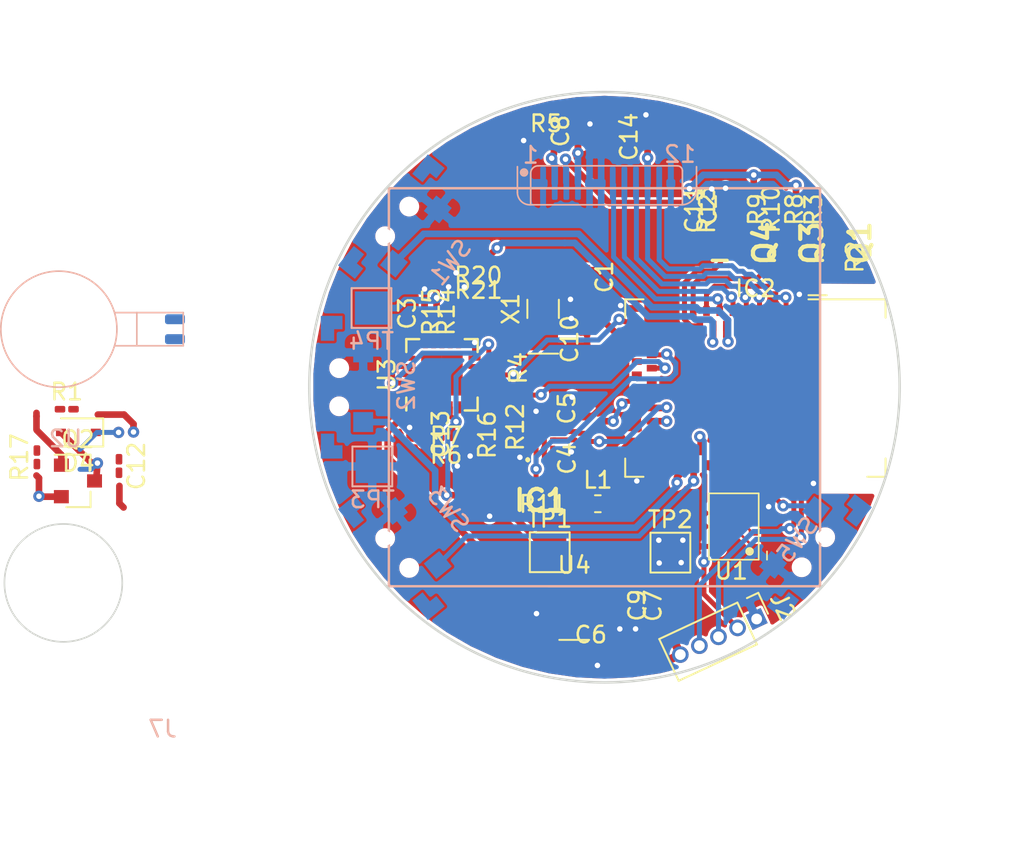
<source format=kicad_pcb>
(kicad_pcb (version 20171130) (host pcbnew "(5.1.7)-1")
  (layers (0 F.Cu signal) (31 B.Cu signal) (34 B.Paste user) (35 F.Paste user) (36 B.SilkS user hide) (37 F.SilkS user hide) (38 B.Mask user) (39 F.Mask user) (44 Edge.Cuts user))
  (net 0 "")
  (net 1 "(GND)")
  (net 2 /XL1)
  (net 3 +3.3)
  (net 4 /XL2)
  (net 5 "Net-(D4-Pad2)")
  (net 6 /LIGHT3)
  (net 7 /LIGHT1)
  (net 8 /LIGHT2)
  (net 9 /BTN_1)
  (net 10 /BTN_2)
  (net 11 /BTN_3)
  (net 12 /MOTOR_PWM)
  (net 13 /RESET)
  (net 14 /SWDIO)
  (net 15 /SWDCLK)
  (net 16 "Net-(Q2-Pad1)")
  (net 17 "Net-(R6-Pad2)")
  (net 18 "Net-(R14-Pad1)")
  (net 19 "Net-(R15-Pad1)")
  (net 20 "Net-(R16-Pad1)")
  (net 21 +5)
  (net 22 "Net-(Q1-Pad3)")
  (net 23 "Net-(Q3-Pad3)")
  (net 24 "Net-(Q4-Pad3)")
  (net 25 /SPI_DC)
  (net 26 /SPI_CS)
  (net 27 /SPI_RESET)
  (net 28 /SPI_SCK)
  (net 29 /SPI_MOSI)
  (net 30 /SDA)
  (net 31 /SCL)
  (net 32 "Net-(C6-Pad1)")
  (net 33 /VOUT)
  (net 34 "Net-(U3-Pad21)")
  (net 35 /QSPI_DATA0)
  (net 36 /QSPI_SCK)
  (net 37 /QSPI_DATA3)
  (net 38 /QSPI_CS)
  (net 39 /QSPI_DATA2)
  (net 40 /BTN_4)
  (net 41 /BATT)
  (net 42 /INT1)
  (net 43 /INT2)
  (net 44 /QSPI_DATA1)
  (net 45 /PWR_CHRGING)
  (net 46 "Net-(IC1-Pad4)")
  (net 47 "Net-(IC1-Pad10)")
  (net 48 "Net-(IC1-Pad11)")
  (net 49 "Net-(IC2-Pad7)")
  (net 50 "Net-(IC2-Pad23)")
  (net 51 "Net-(IC2-Pad25)")
  (net 52 "Net-(IC2-Pad36)")
  (net 53 "Net-(IC2-Pad38)")
  (net 54 "Net-(IC2-Pad45)")
  (net 55 "Net-(IC2-Pad47)")
  (net 56 "Net-(IC2-Pad50)")
  (net 57 "Net-(IC2-Pad52)")
  (net 58 "Net-(IC2-Pad54)")
  (net 59 "Net-(IC2-Pad57)")
  (net 60 "Net-(IC2-Pad58)")
  (net 61 "Net-(IC2-Pad59)")
  (net 62 "Net-(IC2-Pad60)")
  (net 63 "Net-(IC2-Pad61)")
  (net 64 "Net-(U3-Pad6)")
  (net 65 "Net-(U3-Pad7)")
  (net 66 "Net-(IC2-Pad56)")
  (net 67 /LEDA)
  (net 68 "Net-(J7-Pad2)")
  (net 69 "Net-(IC2-Pad5)")
  (net 70 "Net-(IC2-Pad34)")
  (net 71 "Net-(IC2-Pad35)")
  (net 72 "Net-(IC2-Pad31)")
  (net 73 "Net-(IC2-Pad32)")
  (net 74 "Net-(IC2-Pad24)")
  (net 75 "Net-(IC2-Pad20)")
  (net 76 "Net-(IC2-Pad22)")
  (net 77 /BATT_LVL)
  (module Capacitor_SMD:C_0201_0603Metric_Pad0.64x0.40mm_HandSolder (layer F.Cu) (at 138.8 114.3 90)
    (fp_text reference C4 (at 0 -1.05 90) (layer F.SilkS))
    (fp_text value 0.1uF)
    (pad 2 smd roundrect (at 0.4075 0 90) (size 0.635 0.4) (layers F.Cu F.Mask) (net 1 "(GND)"))
    (pad 1 smd roundrect (at -0.4075 0 90) (size 0.635 0.4) (layers F.Cu F.Mask) (net 3 +3.3))
  )
  (module SMD_Packages:USON8-4x3 (layer F.Cu) (at 147.8 118.4 90)
    (fp_text reference U1 (at -2.68408 -0.15112 180) (layer F.SilkS))
    (fp_text value GD25Q16)
    (pad 8 smd rect (at -1.2 -1.2 90) (size 0.3 0.6) (layers F.Cu F.Paste F.Mask) (net 3 +3.3))
    (pad 7 smd rect (at -0.4 -1.2 90) (size 0.3 0.6) (layers F.Cu F.Paste F.Mask) (net 37 /QSPI_DATA3))
    (pad 6 smd rect (at 0.4 -1.2 90) (size 0.3 0.6) (layers F.Cu F.Paste F.Mask) (net 36 /QSPI_SCK))
    (pad 5 smd rect (at 1.2 -1.2 90) (size 0.3 0.6) (layers F.Cu F.Paste F.Mask) (net 35 /QSPI_DATA0))
    (pad 4 smd rect (at 1.2 1.2 90) (size 0.3 0.6) (layers F.Cu F.Paste F.Mask) (net 1 "(GND)"))
    (pad 1 smd rect (at -1.2 1.2 90) (size 0.3 0.6) (layers F.Cu F.Paste F.Mask) (net 38 /QSPI_CS))
    (pad 2 smd rect (at -0.4 1.2 90) (size 0.3 0.6) (layers F.Cu F.Paste F.Mask) (net 44 /QSPI_DATA1))
    (pad 3 smd rect (at 0.4 1.2 90) (size 0.3 0.6) (layers F.Cu F.Paste F.Mask) (net 39 /QSPI_DATA2))
  )
  (module Housings_DFN_QFN:QFN-20-1EP_4x4mm_Pitch0.5mm (layer F.Cu) (at 130.2 109.25 90)
    (fp_text reference U3 (at 0 -3.33 90) (layer F.SilkS))
    (fp_text value MCP73871-xxI_ML)
    (pad 1 smd rect (at -1.965 -1 90) (size 0.73 0.3) (layers F.Cu F.Paste F.Mask) (net 33 /VOUT))
    (pad 2 smd rect (at -1.965 -0.5 90) (size 0.73 0.3) (layers F.Cu F.Paste F.Mask) (net 17 "Net-(R6-Pad2)"))
    (pad 3 smd rect (at -1.965 0 90) (size 0.73 0.3) (layers F.Cu F.Paste F.Mask) (net 21 +5))
    (pad 4 smd rect (at -1.965 0.5 90) (size 0.73 0.3) (layers F.Cu F.Paste F.Mask) (net 21 +5))
    (pad 5 smd rect (at -1.965 1 90) (size 0.73 0.3) (layers F.Cu F.Paste F.Mask) (net 20 "Net-(R16-Pad1)"))
    (pad 6 smd rect (at -1 1.965 180) (size 0.73 0.3) (layers F.Cu F.Paste F.Mask) (net 64 "Net-(U3-Pad6)"))
    (pad 7 smd rect (at -0.5 1.965 180) (size 0.73 0.3) (layers F.Cu F.Paste F.Mask) (net 65 "Net-(U3-Pad7)"))
    (pad 8 smd rect (at 0 1.965 180) (size 0.73 0.3) (layers F.Cu F.Paste F.Mask) (net 45 /PWR_CHRGING))
    (pad 9 smd rect (at 0.5 1.965 180) (size 0.73 0.3) (layers F.Cu F.Paste F.Mask) (net 21 +5))
    (pad 10 smd rect (at 1 1.965 180) (size 0.73 0.3) (layers F.Cu F.Paste F.Mask) (net 1 "(GND)"))
    (pad 11 smd rect (at 1.965 1 90) (size 0.73 0.3) (layers F.Cu F.Paste F.Mask) (net 1 "(GND)"))
    (pad 12 smd rect (at 1.965 0.5 90) (size 0.73 0.3) (layers F.Cu F.Paste F.Mask) (net 18 "Net-(R14-Pad1)"))
    (pad 13 smd rect (at 1.965 0 90) (size 0.73 0.3) (layers F.Cu F.Paste F.Mask) (net 19 "Net-(R15-Pad1)"))
    (pad 14 smd rect (at 1.965 -0.5 90) (size 0.73 0.3) (layers F.Cu F.Paste F.Mask) (net 41 /BATT))
    (pad 15 smd rect (at 1.965 -1 90) (size 0.73 0.3) (layers F.Cu F.Paste F.Mask) (net 41 /BATT))
    (pad 16 smd rect (at 1 -1.965 180) (size 0.73 0.3) (layers F.Cu F.Paste F.Mask) (net 41 /BATT))
    (pad 17 smd rect (at 0.5 -1.965 180) (size 0.73 0.3) (layers F.Cu F.Paste F.Mask) (net 21 +5))
    (pad 18 smd rect (at 0 -1.965 180) (size 0.73 0.3) (layers F.Cu F.Paste F.Mask) (net 21 +5))
    (pad 19 smd rect (at -0.5 -1.965 180) (size 0.73 0.3) (layers F.Cu F.Paste F.Mask) (net 21 +5))
    (pad 20 smd rect (at -1 -1.965 180) (size 0.73 0.3) (layers F.Cu F.Paste F.Mask) (net 33 /VOUT))
    (pad 21 smd rect (at 0.625 0.625 90) (size 1.25 1.25) (layers F.Cu F.Paste F.Mask) (net 34 "Net-(U3-Pad21)"))
    (pad 21 smd rect (at 0.625 -0.625 90) (size 1.25 1.25) (layers F.Cu F.Paste F.Mask) (net 34 "Net-(U3-Pad21)"))
    (pad 21 smd rect (at -0.625 0.625 90) (size 1.25 1.25) (layers F.Cu F.Paste F.Mask) (net 34 "Net-(U3-Pad21)"))
    (pad 21 smd rect (at -0.625 -0.625 90) (size 1.25 1.25) (layers F.Cu F.Paste F.Mask) (net 34 "Net-(U3-Pad21)"))
  )
  (module TO_SOT_Packages_SMD:SOT-723_Handsoldering (layer F.Cu) (at 152.15 101.3 90)
    (fp_text reference Q1 (at 0 3.25 90) (layer F.SilkS) (effects (font (size 1.27 1.27) (thickness 0.254))))
    (fp_text value SI3139K hide)
    (pad 1 smd rect (at -0.4 0.6 90) (size 0.32 0.6) (layers F.Cu F.Paste F.Mask) (net 6 /LIGHT3))
    (pad 2 smd rect (at 0.4 0.6 90) (size 0.32 0.6) (layers F.Cu F.Paste F.Mask) (net 3 +3.3))
    (pad 3 smd rect (at 0 -0.6 90) (size 0.42 0.6) (layers F.Cu F.Paste F.Mask) (net 22 "Net-(Q1-Pad3)"))
  )
  (module Diodes_SMD:D_SOD-323 (layer F.Cu) (at 108.275 112.725 180)
    (fp_text reference D4 (at 0 -1.85) (layer F.SilkS))
    (fp_text value ZLLS410)
    (pad 1 smd rect (at -1.05 0 180) (size 0.6 0.45) (layers F.Cu F.Paste F.Mask) (net 3 +3.3))
    (pad 2 smd rect (at 1.05 0 180) (size 0.6 0.45) (layers F.Cu F.Paste F.Mask) (net 5 "Net-(D4-Pad2)"))
  )
  (module Pin_Headers:Pin_Header_Straight_1x05_Pitch1.27mm (layer F.Cu) (at 149.177022 123.97655 295)
    (fp_text reference J2 (at 0 -1.755 115) (layer F.SilkS))
    (fp_text value Conn_01x05)
    (pad 1 thru_hole rect (at 0 0 295) (size 1 1) (drill 0.65) (layers *.Cu *.Mask) (net 1 "(GND)"))
    (pad 2 thru_hole oval (at 0 1.27 295) (size 1 1) (drill 0.65) (layers *.Cu *.Mask) (net 13 /RESET))
    (pad 3 thru_hole oval (at 0 2.54 315) (size 1 1) (drill 0.65) (layers *.Cu *.Mask) (net 15 /SWDCLK))
    (pad 4 thru_hole oval (at 0 3.81 295) (size 1 1) (drill 0.65) (layers *.Cu *.Mask) (net 14 /SWDIO))
    (pad 5 thru_hole oval (at 0 5.08 295) (size 1 1) (drill 0.65) (layers *.Cu *.Mask) (net 3 +3.3))
  )
  (module my-fp-library:Tact_SW_3x6x3.5 (layer B.Cu) (at 127.5 100 231)
    (fp_text reference SW1 (at -0.1 -4.05 231) (layer B.SilkS) (effects (justify mirror)))
    (fp_text value UP)
    (pad "" np_thru_hole circle (at 1.15 0 231) (size 0.9 0.9) (drill 0.9) (layers *.Cu *.Mask))
    (pad "" np_thru_hole circle (at -1.15 0 231) (size 0.9 0.9) (drill 0.9) (layers *.Cu *.Mask))
    (pad "" smd rect (at -3.9 0.45 231) (size 0.8 1.3) (layers B.Cu B.Paste B.Mask))
    (pad "" smd rect (at 3.9 0.45 231) (size 0.8 1.3) (layers B.Cu B.Paste B.Mask))
    (pad "" smd rect (at -3.55 0.7 231) (size 1.5 0.8) (layers B.Cu B.Paste B.Mask))
    (pad "" smd rect (at 3.55 0.7 231) (size 1.5 0.8) (layers B.Cu B.Paste B.Mask))
    (pad 1 smd rect (at -2.1 -1.45 231) (size 1.2 1.2) (layers B.Cu B.Paste B.Mask) (net 1 "(GND)"))
    (pad 2 smd rect (at 2.1 -1.45 231) (size 1.2 1.2) (layers B.Cu B.Paste B.Mask) (net 9 /BTN_1))
  )
  (module my-fp-library:Tact_SW_3x6x3.5 (layer B.Cu) (at 124 110 270)
    (fp_text reference SW2 (at -0.1 -4.05 270) (layer B.SilkS) (effects (justify mirror)))
    (fp_text value MID)
    (pad 2 smd rect (at 2.1 -1.45 270) (size 1.2 1.2) (layers B.Cu B.Paste B.Mask) (net 10 /BTN_2))
    (pad 1 smd rect (at -2.1 -1.45 270) (size 1.2 1.2) (layers B.Cu B.Paste B.Mask) (net 1 "(GND)"))
    (pad "" smd rect (at 3.55 0.7 270) (size 1.5 0.8) (layers B.Cu B.Paste B.Mask))
    (pad "" smd rect (at -3.55 0.7 270) (size 1.5 0.8) (layers B.Cu B.Paste B.Mask))
    (pad "" smd rect (at 3.9 0.45 270) (size 0.8 1.3) (layers B.Cu B.Paste B.Mask))
    (pad "" smd rect (at -3.9 0.45 270) (size 0.8 1.3) (layers B.Cu B.Paste B.Mask))
    (pad "" np_thru_hole circle (at -1.15 0 270) (size 0.9 0.9) (drill 0.9) (layers *.Cu *.Mask))
    (pad "" np_thru_hole circle (at 1.15 0 270) (size 0.9 0.9) (drill 0.9) (layers *.Cu *.Mask))
  )
  (module my-fp-library:Tact_SW_3x6x3.5 (layer B.Cu) (at 127.5 120 309)
    (fp_text reference SW3 (at -0.1 -4.05 309) (layer B.SilkS) (effects (justify mirror)))
    (fp_text value DOWN)
    (pad "" np_thru_hole circle (at 1.15 0 309) (size 0.9 0.9) (drill 0.9) (layers *.Cu *.Mask))
    (pad "" np_thru_hole circle (at -1.15 0 309) (size 0.9 0.9) (drill 0.9) (layers *.Cu *.Mask))
    (pad "" smd rect (at -3.9 0.45 309) (size 0.8 1.3) (layers B.Cu B.Paste B.Mask))
    (pad "" smd rect (at 3.9 0.45 309) (size 0.8 1.3) (layers B.Cu B.Paste B.Mask))
    (pad "" smd rect (at -3.55 0.7 309) (size 1.5 0.8) (layers B.Cu B.Paste B.Mask))
    (pad "" smd rect (at 3.55 0.7 309) (size 1.5 0.8) (layers B.Cu B.Paste B.Mask))
    (pad 1 smd rect (at -2.1 -1.45 309) (size 1.2 1.2) (layers B.Cu B.Paste B.Mask) (net 1 "(GND)"))
    (pad 2 smd rect (at 2.1 -1.45 309) (size 1.2 1.2) (layers B.Cu B.Paste B.Mask) (net 11 /BTN_3))
  )
  (module "my-fp-library:VIBRATION MOTOR COIN 3V FLEX - C0720B001F" (layer B.Cu) (at 107.1 106.5 180)
    (fp_text reference U2 (at -0.4 -6.6) (layer B.SilkS) (effects (justify mirror)))
    (fp_text value C0720B001F)
    (pad 1 smd roundrect (at -7 0.6 180) (size 1.2 0.6) (layers B.Cu B.Paste B.Mask) (net 3 +3.3))
    (pad 2 smd roundrect (at -7 -0.6 180) (size 1.2 0.6) (layers B.Cu B.Paste B.Mask) (net 5 "Net-(D4-Pad2)"))
  )
  (module TO_SOT_Packages_SMD:SOT-23 (layer F.Cu) (at 108.25 115.65)
    (fp_text reference Q2 (at 0 -2.5) (layer F.SilkS))
    (fp_text value MGSF1N02L)
    (pad 3 smd rect (at 1 0) (size 0.9 0.8) (layers F.Cu F.Paste F.Mask) (net 5 "Net-(D4-Pad2)"))
    (pad 2 smd rect (at -1 0.95) (size 0.9 0.8) (layers F.Cu F.Paste F.Mask) (net 1 "(GND)"))
    (pad 1 smd rect (at -1 -0.95) (size 0.9 0.8) (layers F.Cu F.Paste F.Mask) (net 16 "Net-(Q2-Pad1)"))
  )
  (module my-fp-library:FPC_12x0.7mm (layer B.Cu) (at 140.15 97.7 180)
    (fp_text reference J7 (at 26.8 -32.9) (layer B.SilkS) (effects (justify mirror)))
    (fp_text value Conn_01x12)
    (fp_text user 1 (at 4.6 1.7) (layer B.SilkS) (effects (justify mirror)))
    (fp_text user 12 (at -4.4 1.75) (layer B.SilkS) (effects (justify mirror)))
    (pad 7 smd roundrect (at -0.35 0 180) (size 0.35 2) (layers B.Cu B.Paste B.Mask) (net 25 /SPI_DC))
    (pad 8 smd roundrect (at -1.05 0 180) (size 0.35 2) (layers B.Cu B.Paste B.Mask) (net 26 /SPI_CS))
    (pad 6 smd roundrect (at 0.35 0 180) (size 0.35 2) (layers B.Cu B.Paste B.Mask) (net 1 "(GND)"))
    (pad 5 smd roundrect (at 1.05 0 180) (size 0.35 2) (layers B.Cu B.Paste B.Mask) (net 1 "(GND)"))
    (pad 4 smd roundrect (at 1.75 0 180) (size 0.35 2) (layers B.Cu B.Paste B.Mask) (net 3 +3.3))
    (pad 3 smd roundrect (at 2.45 0 180) (size 0.35 2) (layers B.Cu B.Paste B.Mask) (net 67 /LEDA))
    (pad 9 smd roundrect (at -1.75 0 180) (size 0.35 2) (layers B.Cu B.Paste B.Mask) (net 28 /SPI_SCK))
    (pad 10 smd roundrect (at -2.45 0 180) (size 0.35 2) (layers B.Cu B.Paste B.Mask) (net 29 /SPI_MOSI))
    (pad 11 smd roundrect (at -3.15 0 180) (size 0.35 2) (layers B.Cu B.Paste B.Mask) (net 27 /SPI_RESET))
    (pad 12 smd roundrect (at -3.85 0 180) (size 0.35 2) (layers B.Cu B.Paste B.Mask) (net 1 "(GND)"))
    (pad 2 smd roundrect (at 3.15 0 180) (size 0.35 2) (layers B.Cu B.Paste B.Mask) (net 68 "Net-(J7-Pad2)"))
    (pad 1 smd roundrect (at 3.85 0 180) (size 0.35 2) (layers B.Cu B.Paste B.Mask) (net 1 "(GND)"))
  )
  (module SamacSys_Parts:BMA423 (layer F.Cu) (at 136.125 112.925)
    (fp_text reference IC1 (at 0 3.9) (layer F.SilkS) (effects (font (size 1.27 1.27) (thickness 0.254))))
    (fp_text value BMA423 hide)
    (pad 1 smd rect (at -0.75 0.775) (size 0.3 0.35) (layers F.Cu F.Paste F.Mask) (net 1 "(GND)"))
    (pad 2 smd rect (at -0.25 0.775) (size 0.3 0.35) (layers F.Cu F.Paste F.Mask) (net 30 /SDA))
    (pad 3 smd rect (at 0.25 0.775) (size 0.3 0.35) (layers F.Cu F.Paste F.Mask) (net 3 +3.3))
    (pad 4 smd rect (at 0.75 0.775) (size 0.3 0.35) (layers F.Cu F.Paste F.Mask) (net 46 "Net-(IC1-Pad4)"))
    (pad 5 smd rect (at 0.775 0.25 90) (size 0.3 0.35) (layers F.Cu F.Paste F.Mask) (net 42 /INT1))
    (pad 6 smd rect (at 0.775 -0.25 90) (size 0.3 0.35) (layers F.Cu F.Paste F.Mask) (net 43 /INT2))
    (pad 7 smd rect (at 0.75 -0.775) (size 0.3 0.35) (layers F.Cu F.Paste F.Mask) (net 3 +3.3))
    (pad 8 smd rect (at 0.25 -0.775) (size 0.3 0.35) (layers F.Cu F.Paste F.Mask) (net 1 "(GND)"))
    (pad 9 smd rect (at -0.25 -0.775) (size 0.3 0.35) (layers F.Cu F.Paste F.Mask) (net 1 "(GND)"))
    (pad 10 smd rect (at -0.75 -0.775) (size 0.3 0.35) (layers F.Cu F.Paste F.Mask) (net 47 "Net-(IC1-Pad10)"))
    (pad 11 smd rect (at -0.775 -0.25 90) (size 0.3 0.35) (layers F.Cu F.Paste F.Mask) (net 48 "Net-(IC1-Pad11)"))
    (pad 12 smd rect (at -0.775 0.25 90) (size 0.3 0.35) (layers F.Cu F.Paste F.Mask) (net 31 /SCL))
  )
  (module TO_SOT_Packages_SMD:SOT-23-5 (layer F.Cu) (at 138.175 123.625)
    (fp_text reference U4 (at 0 -2.9) (layer F.SilkS))
    (fp_text value MIC5219-3.3YM5)
    (pad 1 smd rect (at -1.1 -0.95) (size 1.06 0.65) (layers F.Cu F.Paste F.Mask) (net 33 /VOUT))
    (pad 2 smd rect (at -1.1 0) (size 1.06 0.65) (layers F.Cu F.Paste F.Mask) (net 1 "(GND)"))
    (pad 3 smd rect (at -1.1 0.95) (size 1.06 0.65) (layers F.Cu F.Paste F.Mask) (net 33 /VOUT))
    (pad 4 smd rect (at 1.1 0.95) (size 1.06 0.65) (layers F.Cu F.Paste F.Mask) (net 32 "Net-(C6-Pad1)"))
    (pad 5 smd rect (at 1.1 -0.95) (size 1.06 0.65) (layers F.Cu F.Paste F.Mask) (net 3 +3.3))
  )
  (module Crystals:Crystal_SMD_EuroQuartz_EQ161-2pin_3.2x1.5mm_HandSoldering (layer F.Cu) (at 136.3 105.275 90)
    (fp_text reference X1 (at 0 -1.95 90) (layer F.SilkS))
    (fp_text value 32.768)
    (pad 1 smd rect (at -1.625 0 90) (size 1.75 1.8) (layers F.Cu F.Mask) (net 4 /XL2))
    (pad 2 smd rect (at 1.625 0 90) (size 1.75 1.8) (layers F.Cu F.Mask) (net 2 /XL1))
  )
  (module my-fp-library:Tact_SW_3x6x3.5 (layer B.Cu) (at 152.6 119.95 52)
    (fp_text reference SW5 (at -0.00017 -1.220656 232) (layer B.SilkS) (effects (justify mirror)))
    (fp_text value BACK)
    (pad "" np_thru_hole circle (at 1.15 0 52) (size 0.9 0.9) (drill 0.9) (layers *.Cu *.Mask))
    (pad "" np_thru_hole circle (at -1.15 0 52) (size 0.9 0.9) (drill 0.9) (layers *.Cu *.Mask))
    (pad "" smd rect (at -3.9 0.45 52) (size 0.8 1.3) (layers B.Cu B.Paste B.Mask))
    (pad "" smd rect (at 3.9 0.45 52) (size 0.8 1.3) (layers B.Cu B.Paste B.Mask))
    (pad "" smd rect (at -3.55 0.7 52) (size 1.5 0.8) (layers B.Cu B.Paste B.Mask))
    (pad "" smd rect (at 3.55 0.7 52) (size 1.5 0.8) (layers B.Cu B.Paste B.Mask))
    (pad 1 smd rect (at -2.1 -1.45 52) (size 1.2 1.2) (layers B.Cu B.Paste B.Mask) (net 1 "(GND)"))
    (pad 2 smd rect (at 2.1 -1.45 52) (size 1.2 1.2) (layers B.Cu B.Paste B.Mask) (net 40 /BTN_4))
  )
  (module TO_SOT_Packages_SMD:SOT-723_Handsoldering (layer F.Cu) (at 149.25 101.3 90)
    (fp_text reference Q3 (at 0 3.25 90) (layer F.SilkS) (effects (font (size 1.27 1.27) (thickness 0.254))))
    (fp_text value SI3139K hide)
    (pad 3 smd rect (at 0 -0.6 90) (size 0.42 0.6) (layers F.Cu F.Paste F.Mask) (net 23 "Net-(Q3-Pad3)"))
    (pad 2 smd rect (at 0.4 0.6 90) (size 0.32 0.6) (layers F.Cu F.Paste F.Mask) (net 3 +3.3))
    (pad 1 smd rect (at -0.4 0.6 90) (size 0.32 0.6) (layers F.Cu F.Paste F.Mask) (net 7 /LIGHT1))
  )
  (module TO_SOT_Packages_SMD:SOT-723_Handsoldering (layer F.Cu) (at 146.4 101.3 90)
    (fp_text reference Q4 (at 0 3.25 90) (layer F.SilkS) (effects (font (size 1.27 1.27) (thickness 0.254))))
    (fp_text value SI3139K hide)
    (pad 3 smd rect (at 0 -0.6 90) (size 0.42 0.6) (layers F.Cu F.Paste F.Mask) (net 24 "Net-(Q4-Pad3)"))
    (pad 2 smd rect (at 0.4 0.6 90) (size 0.32 0.6) (layers F.Cu F.Paste F.Mask) (net 3 +3.3))
    (pad 1 smd rect (at -0.4 0.6 90) (size 0.32 0.6) (layers F.Cu F.Paste F.Mask) (net 8 /LIGHT2))
  )
  (module Inductor_SMD:L_0603_1608Metric_Pad1.05x0.95mm_HandSolder (layer F.Cu) (at 139.6 117.025)
    (fp_text reference L1 (at 0 -1.43) (layer F.SilkS))
    (fp_text value 10uH)
    (pad 1 smd roundrect (at -0.875 0) (size 1.05 0.95) (layers F.Cu F.Paste F.Mask) (net 3 +3.3))
    (pad 2 smd roundrect (at 0.875 0) (size 1.05 0.95) (layers F.Cu F.Paste F.Mask) (net 72 "Net-(IC2-Pad31)"))
  )
  (module RF_Module:Raytac_MDBT50Q (layer F.Cu) (at 149.1 110.05 270)
    (fp_text reference IC2 (at -6 0 180) (layer F.SilkS))
    (fp_text value 113990582)
    (pad 15 smd rect (at -4.8 7.15) (size 0.6 0.4) (layers F.Cu F.Paste F.Mask) (net 1 "(GND)"))
    (pad 16 smd rect (at -4 7.15) (size 0.6 0.4) (layers F.Cu F.Paste F.Mask) (net 45 /PWR_CHRGING))
    (pad 17 smd rect (at -3.2 7.15) (size 0.6 0.4) (layers F.Cu F.Paste F.Mask) (net 2 /XL1))
    (pad 18 smd rect (at -2.4 7.15) (size 0.6 0.4) (layers F.Cu F.Paste F.Mask) (net 4 /XL2))
    (pad 20 smd rect (at -1.6 7.15) (size 0.6 0.4) (layers F.Cu F.Paste F.Mask) (net 75 "Net-(IC2-Pad20)"))
    (pad 22 smd rect (at -0.8 7.15) (size 0.6 0.4) (layers F.Cu F.Paste F.Mask) (net 76 "Net-(IC2-Pad22)"))
    (pad 24 smd rect (at 0 7.15) (size 0.6 0.4) (layers F.Cu F.Paste F.Mask) (net 74 "Net-(IC2-Pad24)"))
    (pad 26 smd rect (at 0.8 7.15) (size 0.6 0.4) (layers F.Cu F.Paste F.Mask) (net 43 /INT2))
    (pad 28 smd rect (at 1.6 7.15) (size 0.6 0.4) (layers F.Cu F.Paste F.Mask) (net 3 +3.3))
    (pad 30 smd rect (at 2.4 7.15) (size 0.6 0.4) (layers F.Cu F.Paste F.Mask) (net 3 +3.3))
    (pad 31 smd rect (at 3.2 7.15) (size 0.6 0.4) (layers F.Cu F.Paste F.Mask) (net 72 "Net-(IC2-Pad31)"))
    (pad 32 smd rect (at 4 7.15) (size 0.6 0.4) (layers F.Cu F.Paste F.Mask) (net 73 "Net-(IC2-Pad32)"))
    (pad 33 smd rect (at 4.8 7.15) (size 0.6 0.4) (layers F.Cu F.Paste F.Mask) (net 1 "(GND)"))
    (pad 19 smd rect (at -2 6.25) (size 0.6 0.4) (layers F.Cu F.Paste F.Mask) (net 30 /SDA))
    (pad 21 smd rect (at -1.2 6.25) (size 0.6 0.4) (layers F.Cu F.Paste F.Mask) (net 31 /SCL))
    (pad 23 smd rect (at -0.4 6.25) (size 0.6 0.4) (layers F.Cu F.Paste F.Mask) (net 50 "Net-(IC2-Pad23)"))
    (pad 25 smd rect (at 0.4 6.25) (size 0.6 0.4) (layers F.Cu F.Paste F.Mask) (net 51 "Net-(IC2-Pad25)"))
    (pad 27 smd rect (at 1.2 6.25) (size 0.6 0.4) (layers F.Cu F.Paste F.Mask) (net 42 /INT1))
    (pad 29 smd rect (at 2 6.25) (size 0.6 0.4) (layers F.Cu F.Paste F.Mask) (net 12 /MOTOR_PWM))
    (pad 14 smd rect (at -4.65 3.75 270) (size 0.6 0.4) (layers F.Cu F.Paste F.Mask) (net 7 /LIGHT1))
    (pad 12 smd rect (at -4.65 2.95 270) (size 0.6 0.4) (layers F.Cu F.Paste F.Mask) (net 6 /LIGHT3))
    (pad 10 smd rect (at -4.65 2.15 270) (size 0.6 0.4) (layers F.Cu F.Paste F.Mask) (net 25 /SPI_DC))
    (pad 8 smd rect (at -4.65 1.35 270) (size 0.6 0.4) (layers F.Cu F.Paste F.Mask) (net 26 /SPI_CS))
    (pad 6 smd rect (at -4.65 0.55 270) (size 0.6 0.4) (layers F.Cu F.Paste F.Mask) (net 28 /SPI_SCK))
    (pad 4 smd rect (at -4.65 -0.25 270) (size 0.6 0.4) (layers F.Cu F.Paste F.Mask) (net 29 /SPI_MOSI))
    (pad 13 smd rect (at -3.75 3.35 270) (size 0.6 0.4) (layers F.Cu F.Paste F.Mask) (net 8 /LIGHT2))
    (pad 11 smd rect (at -3.75 2.55 270) (size 0.6 0.4) (layers F.Cu F.Paste F.Mask) (net 77 /BATT_LVL))
    (pad 9 smd rect (at -3.75 1.75 270) (size 0.6 0.4) (layers F.Cu F.Paste F.Mask) (net 9 /BTN_1))
    (pad 7 smd rect (at -3.75 0.95 270) (size 0.6 0.4) (layers F.Cu F.Paste F.Mask) (net 49 "Net-(IC2-Pad7)"))
    (pad 5 smd rect (at -3.75 0.15 270) (size 0.6 0.4) (layers F.Cu F.Paste F.Mask) (net 69 "Net-(IC2-Pad5)"))
    (pad 36 smd rect (at 3.75 4.95 270) (size 0.6 0.4) (layers F.Cu F.Paste F.Mask) (net 52 "Net-(IC2-Pad36)"))
    (pad 38 smd rect (at 3.75 4.15 270) (size 0.6 0.4) (layers F.Cu F.Paste F.Mask) (net 53 "Net-(IC2-Pad38)"))
    (pad 40 smd rect (at 3.75 3.35 270) (size 0.6 0.4) (layers F.Cu F.Paste F.Mask) (net 13 /RESET))
    (pad 42 smd rect (at 3.75 2.55 270) (size 0.6 0.4) (layers F.Cu F.Paste F.Mask) (net 36 /QSPI_SCK))
    (pad 43 smd rect (at 3.75 1.75 270) (size 0.6 0.4) (layers F.Cu F.Paste F.Mask) (net 37 /QSPI_DATA3))
    (pad 45 smd rect (at 3.75 0.95 270) (size 0.6 0.4) (layers F.Cu F.Paste F.Mask) (net 54 "Net-(IC2-Pad45)"))
    (pad 47 smd rect (at 3.75 0.15 270) (size 0.6 0.4) (layers F.Cu F.Paste F.Mask) (net 55 "Net-(IC2-Pad47)"))
    (pad 49 smd rect (at 3.75 -0.65 270) (size 0.6 0.4) (layers F.Cu F.Paste F.Mask) (net 40 /BTN_4))
    (pad 50 smd rect (at 3.75 -1.45 270) (size 0.6 0.4) (layers F.Cu F.Paste F.Mask) (net 56 "Net-(IC2-Pad50)"))
    (pad 52 smd rect (at 3.75 -2.25 270) (size 0.6 0.4) (layers F.Cu F.Paste F.Mask) (net 57 "Net-(IC2-Pad52)"))
    (pad 54 smd rect (at 3.75 -3.05 270) (size 0.6 0.4) (layers F.Cu F.Paste F.Mask) (net 58 "Net-(IC2-Pad54)"))
    (pad 35 smd rect (at 4.65 5.35 270) (size 0.6 0.4) (layers F.Cu F.Paste F.Mask) (net 71 "Net-(IC2-Pad35)"))
    (pad 37 smd rect (at 4.65 4.55 270) (size 0.6 0.4) (layers F.Cu F.Paste F.Mask) (net 10 /BTN_2))
    (pad 39 smd rect (at 4.65 3.75 270) (size 0.6 0.4) (layers F.Cu F.Paste F.Mask) (net 11 /BTN_3))
    (pad 41 smd rect (at 4.65 2.95 270) (size 0.6 0.4) (layers F.Cu F.Paste F.Mask) (net 35 /QSPI_DATA0))
    (pad 44 smd rect (at 4.65 1.35 270) (size 0.6 0.4) (layers F.Cu F.Paste F.Mask) (net 38 /QSPI_CS))
    (pad 46 smd rect (at 4.65 0.55 270) (size 0.6 0.4) (layers F.Cu F.Paste F.Mask) (net 44 /QSPI_DATA1))
    (pad 48 smd rect (at 4.65 -0.25 270) (size 0.6 0.4) (layers F.Cu F.Paste F.Mask) (net 39 /QSPI_DATA2))
    (pad 51 smd rect (at 4.65 -1.85 270) (size 0.6 0.4) (layers F.Cu F.Paste F.Mask) (net 14 /SWDIO))
    (pad 53 smd rect (at 4.65 -2.65 270) (size 0.6 0.4) (layers F.Cu F.Paste F.Mask) (net 15 /SWDCLK))
    (pad 55 smd rect (at 4.65 -3.75 270) (size 0.6 0.4) (layers F.Cu F.Paste F.Mask) (net 1 "(GND)"))
    (pad 3 smd rect (at -4.65 -1.85 270) (size 0.6 0.4) (layers F.Cu F.Paste F.Mask) (net 27 /SPI_RESET))
    (pad 2 smd rect (at -4.65 -2.65 270) (size 0.6 0.4) (layers F.Cu F.Paste F.Mask) (net 1 "(GND)"))
    (pad 1 smd rect (at -4.65 -3.75 270) (size 0.6 0.4) (layers F.Cu F.Paste F.Mask) (net 1 "(GND)"))
    (pad 56 smd rect (at -2 0.55) (size 0.6 0.4) (layers F.Cu F.Paste F.Mask) (net 66 "Net-(IC2-Pad56)"))
    (pad 57 smd rect (at -1.2 0.55) (size 0.6 0.4) (layers F.Cu F.Paste F.Mask) (net 59 "Net-(IC2-Pad57)"))
    (pad 58 smd rect (at -0.4 0.55) (size 0.6 0.4) (layers F.Cu F.Paste F.Mask) (net 60 "Net-(IC2-Pad58)"))
    (pad 59 smd rect (at 0.4 0.55) (size 0.6 0.4) (layers F.Cu F.Paste F.Mask) (net 61 "Net-(IC2-Pad59)"))
    (pad 60 smd rect (at 1.2 0.55) (size 0.6 0.4) (layers F.Cu F.Paste F.Mask) (net 62 "Net-(IC2-Pad60)"))
    (pad 61 smd rect (at 2 0.55) (size 0.6 0.4) (layers F.Cu F.Paste F.Mask) (net 63 "Net-(IC2-Pad61)"))
    (pad 34 smd rect (at 4.65 6.15 270) (size 0.6 0.4) (layers F.Cu F.Paste F.Mask) (net 70 "Net-(IC2-Pad34)"))
  )
  (module TestPoint:TestPoint_Pad_2.0x2.0mm (layer B.Cu) (at 126 114.775)
    (fp_text reference TP3 (at 0 1.998) (layer B.SilkS) (effects (justify mirror)))
    (fp_text value "TestPoint BATT GND")
    (pad 1 smd rect (at 0 0) (size 2 2) (layers B.Cu B.Mask) (net 1 "(GND)"))
  )
  (module TestPoint:TestPoint_Pad_2.0x2.0mm (layer B.Cu) (at 125.95 105.225)
    (fp_text reference TP4 (at 0 1.998) (layer B.SilkS) (effects (justify mirror)))
    (fp_text value "TestPoint BATT GND")
    (pad 1 smd rect (at 0 0) (size 2 2) (layers B.Cu B.Mask) (net 41 /BATT))
  )
  (module TestPoint:TestPoint_Pad_2.0x2.0mm (layer F.Cu) (at 136.7 119.95)
    (fp_text reference TP1 (at 0 -1.998) (layer F.SilkS))
    (fp_text value TestPoint)
    (pad 1 smd rect (at 0 0) (size 2 2) (layers F.Cu F.Mask) (net 21 +5))
  )
  (module TestPoint:TestPoint_Pad_2.0x2.0mm (layer F.Cu) (at 143.975 119.975)
    (fp_text reference TP2 (at 0 -1.998) (layer F.SilkS))
    (fp_text value TestPoint)
    (pad 1 smd rect (at 0 0) (size 2 2) (layers F.Cu F.Mask) (net 1 "(GND)"))
  )
  (module Capacitor_SMD:C_0201_0603Metric_Pad0.64x0.40mm_HandSolder (layer F.Cu) (at 138.95 103.35 270)
    (fp_text reference C1 (at 0 -1.05 90) (layer F.SilkS))
    (fp_text value 9pF)
    (pad 2 smd roundrect (at 0.4075 0 270) (size 0.635 0.4) (layers F.Cu F.Mask) (net 1 "(GND)"))
    (pad 1 smd roundrect (at -0.4075 0 270) (size 0.635 0.4) (layers F.Cu F.Mask) (net 2 /XL1))
  )
  (module Capacitor_SMD:C_0201_0603Metric_Pad0.64x0.40mm_HandSolder (layer F.Cu) (at 147.3 99.275 90)
    (fp_text reference C2 (at 0 -1.05 90) (layer F.SilkS))
    (fp_text value 1uF)
    (pad 1 smd roundrect (at -0.4075 0 90) (size 0.635 0.4) (layers F.Cu F.Mask) (net 3 +3.3))
    (pad 2 smd roundrect (at 0.4075 0 90) (size 0.635 0.4) (layers F.Cu F.Mask) (net 1 "(GND)"))
  )
  (module Capacitor_SMD:C_0201_0603Metric_Pad0.64x0.40mm_HandSolder (layer F.Cu) (at 129.15 105.55 90)
    (fp_text reference C3 (at 0 -1.05 90) (layer F.SilkS))
    (fp_text value 10uF)
    (pad 1 smd roundrect (at -0.4075 0 90) (size 0.635 0.4) (layers F.Cu F.Mask) (net 41 /BATT))
    (pad 2 smd roundrect (at 0.4075 0 90) (size 0.635 0.4) (layers F.Cu F.Mask) (net 1 "(GND)"))
  )
  (module Capacitor_SMD:C_0201_0603Metric_Pad0.64x0.40mm_HandSolder (layer F.Cu) (at 138.775 111.275 90)
    (fp_text reference C5 (at 0 -1.05 90) (layer F.SilkS))
    (fp_text value 0.1uF)
    (pad 1 smd roundrect (at -0.4075 0 90) (size 0.635 0.4) (layers F.Cu F.Mask) (net 3 +3.3))
    (pad 2 smd roundrect (at 0.4075 0 90) (size 0.635 0.4) (layers F.Cu F.Mask) (net 1 "(GND)"))
  )
  (module Capacitor_SMD:C_0201_0603Metric_Pad0.64x0.40mm_HandSolder (layer F.Cu) (at 139.175 125.975)
    (fp_text reference C6 (at 0 -1.05) (layer F.SilkS))
    (fp_text value 470pF)
    (pad 2 smd roundrect (at 0.4075 0) (size 0.635 0.4) (layers F.Cu F.Mask) (net 1 "(GND)"))
    (pad 1 smd roundrect (at -0.4075 0) (size 0.635 0.4) (layers F.Cu F.Mask) (net 32 "Net-(C6-Pad1)"))
  )
  (module Capacitor_SMD:C_0201_0603Metric_Pad0.64x0.40mm_HandSolder (layer F.Cu) (at 141.875 123.175 270)
    (fp_text reference C7 (at 0 -1.05 90) (layer F.SilkS))
    (fp_text value 0.1uF)
    (pad 1 smd roundrect (at -0.4075 0 270) (size 0.635 0.4) (layers F.Cu F.Mask) (net 3 +3.3))
    (pad 2 smd roundrect (at 0.4075 0 270) (size 0.635 0.4) (layers F.Cu F.Mask) (net 1 "(GND)"))
  )
  (module Capacitor_SMD:C_0201_0603Metric_Pad0.64x0.40mm_HandSolder (layer F.Cu) (at 138.4 94.55 90)
    (fp_text reference C8 (at 0 -1.05 90) (layer F.SilkS))
    (fp_text value 0.1uF)
    (pad 2 smd roundrect (at 0.4075 0 90) (size 0.635 0.4) (layers F.Cu F.Mask) (net 1 "(GND)"))
    (pad 1 smd roundrect (at -0.4075 0 90) (size 0.635 0.4) (layers F.Cu F.Mask) (net 3 +3.3))
  )
  (module Capacitor_SMD:C_0201_0603Metric_Pad0.64x0.40mm_HandSolder (layer F.Cu) (at 140.925 123.15 270)
    (fp_text reference C9 (at 0 -1.05 90) (layer F.SilkS))
    (fp_text value 4.7uF)
    (pad 2 smd roundrect (at 0.4075 0 270) (size 0.635 0.4) (layers F.Cu F.Mask) (net 1 "(GND)"))
    (pad 1 smd roundrect (at -0.4075 0 270) (size 0.635 0.4) (layers F.Cu F.Mask) (net 3 +3.3))
  )
  (module Capacitor_SMD:C_0201_0603Metric_Pad0.64x0.40mm_HandSolder (layer F.Cu) (at 138.95 107.1 90)
    (fp_text reference C10 (at 0 -1.05 90) (layer F.SilkS))
    (fp_text value 9pF)
    (pad 2 smd roundrect (at 0.4075 0 90) (size 0.635 0.4) (layers F.Cu F.Mask) (net 1 "(GND)"))
    (pad 1 smd roundrect (at -0.4075 0 90) (size 0.635 0.4) (layers F.Cu F.Mask) (net 4 /XL2))
  )
  (module Capacitor_SMD:C_0201_0603Metric_Pad0.64x0.40mm_HandSolder (layer F.Cu) (at 146.45 99.275 90)
    (fp_text reference C11 (at 0 -1.05 90) (layer F.SilkS))
    (fp_text value 1uF)
    (pad 2 smd roundrect (at 0.4075 0 90) (size 0.635 0.4) (layers F.Cu F.Mask) (net 1 "(GND)"))
    (pad 1 smd roundrect (at -0.4075 0 90) (size 0.635 0.4) (layers F.Cu F.Mask) (net 3 +3.3))
  )
  (module Capacitor_SMD:C_0201_0603Metric_Pad0.64x0.40mm_HandSolder (layer F.Cu) (at 110.725 114.75 270)
    (fp_text reference C12 (at 0 -1.05 90) (layer F.SilkS))
    (fp_text value 10uF)
    (pad 1 smd roundrect (at -0.4075 0 270) (size 0.635 0.4) (layers F.Cu F.Mask) (net 3 +3.3))
    (pad 2 smd roundrect (at 0.4075 0 270) (size 0.635 0.4) (layers F.Cu F.Mask) (net 1 "(GND)"))
  )
  (module Capacitor_SMD:C_0201_0603Metric_Pad0.64x0.40mm_HandSolder (layer F.Cu) (at 129.075 112.825 270)
    (fp_text reference C13 (at 0 -1.05 90) (layer F.SilkS))
    (fp_text value 4.7uF)
    (pad 1 smd roundrect (at -0.4075 0 270) (size 0.635 0.4) (layers F.Cu F.Mask) (net 33 /VOUT))
    (pad 2 smd roundrect (at 0.4075 0 270) (size 0.635 0.4) (layers F.Cu F.Mask) (net 1 "(GND)"))
  )
  (module Capacitor_SMD:C_0201_0603Metric_Pad0.64x0.40mm_HandSolder (layer F.Cu) (at 142.525 94.9 90)
    (fp_text reference C14 (at 0 -1.05 90) (layer F.SilkS))
    (fp_text value ??pF)
    (pad 1 smd roundrect (at -0.4075 0 90) (size 0.635 0.4) (layers F.Cu F.Mask) (net 29 /SPI_MOSI))
    (pad 2 smd roundrect (at 0.4075 0 90) (size 0.635 0.4) (layers F.Cu F.Mask) (net 1 "(GND)"))
  )
  (module Resistor_SMD:R_0201_0603Metric_Pad0.64x0.40mm_HandSolder (layer F.Cu) (at 107.575 111.325)
    (fp_text reference R1 (at 0 -1.05) (layer F.SilkS))
    (fp_text value 330)
    (pad 2 smd roundrect (at 0.4075 0) (size 0.635 0.4) (layers F.Cu F.Mask) (net 16 "Net-(Q2-Pad1)"))
    (pad 1 smd roundrect (at -0.4075 0) (size 0.635 0.4) (layers F.Cu F.Mask) (net 12 /MOTOR_PWM))
  )
  (module Resistor_SMD:R_0201_0603Metric_Pad0.64x0.40mm_HandSolder (layer F.Cu) (at 154.05 102.15 270)
    (fp_text reference R2 (at 0 -1.05 90) (layer F.SilkS))
    (fp_text value 100K)
    (pad 2 smd roundrect (at 0.4075 0 270) (size 0.635 0.4) (layers F.Cu F.Mask) (net 6 /LIGHT3))
    (pad 1 smd roundrect (at -0.4075 0 270) (size 0.635 0.4) (layers F.Cu F.Mask) (net 3 +3.3))
  )
  (module Resistor_SMD:R_0201_0603Metric_Pad0.64x0.40mm_HandSolder (layer F.Cu) (at 151.55 99.3 270)
    (fp_text reference R3 (at 0 -1.05 90) (layer F.SilkS))
    (fp_text value 2.2K)
    (pad 1 smd roundrect (at -0.4075 0 270) (size 0.635 0.4) (layers F.Cu F.Mask) (net 67 /LEDA))
    (pad 2 smd roundrect (at 0.4075 0 270) (size 0.635 0.4) (layers F.Cu F.Mask) (net 22 "Net-(Q1-Pad3)"))
  )
  (module Resistor_SMD:R_0201_0603Metric_Pad0.64x0.40mm_HandSolder (layer F.Cu) (at 133.75 108.85 270)
    (fp_text reference R4 (at 0 -1.05 90) (layer F.SilkS))
    (fp_text value 10K)
    (pad 1 smd roundrect (at -0.4075 0 270) (size 0.635 0.4) (layers F.Cu F.Mask) (net 21 +5))
    (pad 2 smd roundrect (at 0.4075 0 270) (size 0.635 0.4) (layers F.Cu F.Mask) (net 45 /PWR_CHRGING))
  )
  (module Resistor_SMD:R_0201_0603Metric_Pad0.64x0.40mm_HandSolder (layer F.Cu) (at 136.475 95.15)
    (fp_text reference R5 (at 0 -1.05) (layer F.SilkS))
    (fp_text value 1)
    (pad 1 smd roundrect (at -0.4075 0) (size 0.635 0.4) (layers F.Cu F.Mask) (net 1 "(GND)"))
    (pad 2 smd roundrect (at 0.4075 0) (size 0.635 0.4) (layers F.Cu F.Mask) (net 68 "Net-(J7-Pad2)"))
  )
  (module Resistor_SMD:R_0201_0603Metric_Pad0.64x0.40mm_HandSolder (layer F.Cu) (at 130.45 113.05 180)
    (fp_text reference R6 (at 0 -1.05) (layer F.SilkS))
    (fp_text value 270K)
    (pad 2 smd roundrect (at 0.4075 0 180) (size 0.635 0.4) (layers F.Cu F.Mask) (net 17 "Net-(R6-Pad2)"))
    (pad 1 smd roundrect (at -0.4075 0 180) (size 0.635 0.4) (layers F.Cu F.Mask) (net 21 +5))
  )
  (module Resistor_SMD:R_0201_0603Metric_Pad0.64x0.40mm_HandSolder (layer F.Cu) (at 130.45 113.975)
    (fp_text reference R7 (at 0 -1.05) (layer F.SilkS))
    (fp_text value 100K)
    (pad 1 smd roundrect (at -0.4075 0) (size 0.635 0.4) (layers F.Cu F.Mask) (net 17 "Net-(R6-Pad2)"))
    (pad 2 smd roundrect (at 0.4075 0) (size 0.635 0.4) (layers F.Cu F.Mask) (net 1 "(GND)"))
  )
  (module Resistor_SMD:R_0201_0603Metric_Pad0.64x0.40mm_HandSolder (layer F.Cu) (at 150.4 99.275 270)
    (fp_text reference R8 (at 0 -1.05 90) (layer F.SilkS))
    (fp_text value 100K)
    (pad 2 smd roundrect (at 0.4075 0 270) (size 0.635 0.4) (layers F.Cu F.Mask) (net 7 /LIGHT1))
    (pad 1 smd roundrect (at -0.4075 0 270) (size 0.635 0.4) (layers F.Cu F.Mask) (net 3 +3.3))
  )
  (module Resistor_SMD:R_0201_0603Metric_Pad0.64x0.40mm_HandSolder (layer F.Cu) (at 148.15 99.275 270)
    (fp_text reference R9 (at 0 -1.05 90) (layer F.SilkS))
    (fp_text value 100K)
    (pad 1 smd roundrect (at -0.4075 0 270) (size 0.635 0.4) (layers F.Cu F.Mask) (net 3 +3.3))
    (pad 2 smd roundrect (at 0.4075 0 270) (size 0.635 0.4) (layers F.Cu F.Mask) (net 8 /LIGHT2))
  )
  (module Resistor_SMD:R_0201_0603Metric_Pad0.64x0.40mm_HandSolder (layer F.Cu) (at 149 99.275 270)
    (fp_text reference R10 (at 0 -1.05 90) (layer F.SilkS))
    (fp_text value 30)
    (pad 1 smd roundrect (at -0.4075 0 270) (size 0.635 0.4) (layers F.Cu F.Mask) (net 67 /LEDA))
    (pad 2 smd roundrect (at 0.4075 0 270) (size 0.635 0.4) (layers F.Cu F.Mask) (net 23 "Net-(Q3-Pad3)"))
  )
  (module Resistor_SMD:R_0201_0603Metric_Pad0.64x0.40mm_HandSolder (layer F.Cu) (at 136.3 116 180)
    (fp_text reference R11 (at 0 -1.05) (layer F.SilkS))
    (fp_text value 10K)
    (pad 2 smd roundrect (at 0.4075 0 180) (size 0.635 0.4) (layers F.Cu F.Mask) (net 30 /SDA))
    (pad 1 smd roundrect (at -0.4075 0 180) (size 0.635 0.4) (layers F.Cu F.Mask) (net 3 +3.3))
  )
  (module Resistor_SMD:R_0201_0603Metric_Pad0.64x0.40mm_HandSolder (layer F.Cu) (at 133.575 112.4 270)
    (fp_text reference R12 (at 0 -1.05 90) (layer F.SilkS))
    (fp_text value 10K)
    (pad 2 smd roundrect (at 0.4075 0 270) (size 0.635 0.4) (layers F.Cu F.Mask) (net 31 /SCL))
    (pad 1 smd roundrect (at -0.4075 0 270) (size 0.635 0.4) (layers F.Cu F.Mask) (net 3 +3.3))
  )
  (module Resistor_SMD:R_0201_0603Metric_Pad0.64x0.40mm_HandSolder (layer F.Cu) (at 145.1 99.3 270)
    (fp_text reference R13 (at 0 -1.05 90) (layer F.SilkS))
    (fp_text value 100)
    (pad 2 smd roundrect (at 0.4075 0 270) (size 0.635 0.4) (layers F.Cu F.Mask) (net 24 "Net-(Q4-Pad3)"))
    (pad 1 smd roundrect (at -0.4075 0 270) (size 0.635 0.4) (layers F.Cu F.Mask) (net 67 /LEDA))
  )
  (module Resistor_SMD:R_0201_0603Metric_Pad0.64x0.40mm_HandSolder (layer F.Cu) (at 131.5 105.45 90)
    (fp_text reference R14 (at 0 -1.05 90) (layer F.SilkS))
    (fp_text value 100K)
    (pad 1 smd roundrect (at -0.4075 0 90) (size 0.635 0.4) (layers F.Cu F.Mask) (net 18 "Net-(R14-Pad1)"))
    (pad 2 smd roundrect (at 0.4075 0 90) (size 0.635 0.4) (layers F.Cu F.Mask) (net 1 "(GND)"))
  )
  (module Resistor_SMD:R_0201_0603Metric_Pad0.64x0.40mm_HandSolder (layer F.Cu) (at 130.6 105.45 90)
    (fp_text reference R15 (at 0 -1.05 90) (layer F.SilkS))
    (fp_text value 1K)
    (pad 2 smd roundrect (at 0.4075 0 90) (size 0.635 0.4) (layers F.Cu F.Mask) (net 1 "(GND)"))
    (pad 1 smd roundrect (at -0.4075 0 90) (size 0.635 0.4) (layers F.Cu F.Mask) (net 19 "Net-(R15-Pad1)"))
  )
  (module Resistor_SMD:R_0201_0603Metric_Pad0.64x0.40mm_HandSolder (layer F.Cu) (at 131.875 112.875 270)
    (fp_text reference R16 (at 0 -1.05 90) (layer F.SilkS))
    (fp_text value 10K)
    (pad 1 smd roundrect (at -0.4075 0 270) (size 0.635 0.4) (layers F.Cu F.Mask) (net 20 "Net-(R16-Pad1)"))
    (pad 2 smd roundrect (at 0.4075 0 270) (size 0.635 0.4) (layers F.Cu F.Mask) (net 1 "(GND)"))
  )
  (module Resistor_SMD:R_0201_0603Metric_Pad0.64x0.40mm_HandSolder (layer F.Cu) (at 105.775 114.225 90)
    (fp_text reference R17 (at 0 -1.05 90) (layer F.SilkS))
    (fp_text value 10K)
    (pad 1 smd roundrect (at -0.4075 0 90) (size 0.635 0.4) (layers F.Cu F.Mask) (net 1 "(GND)"))
    (pad 2 smd roundrect (at 0.4075 0 90) (size 0.635 0.4) (layers F.Cu F.Mask) (net 16 "Net-(Q2-Pad1)"))
  )
  (module Resistor_SMD:R_0201_0603Metric_Pad0.64x0.40mm_HandSolder (layer F.Cu) (at 132.3925 102.225 180)
    (fp_text reference R20 (at 0 -1.05) (layer F.SilkS))
    (fp_text value 1M)
    (pad 1 smd roundrect (at -0.4075 0 180) (size 0.635 0.4) (layers F.Cu F.Mask) (net 77 /BATT_LVL))
    (pad 2 smd roundrect (at 0.4075 0 180) (size 0.635 0.4) (layers F.Cu F.Mask) (net 41 /BATT))
  )
  (module Resistor_SMD:R_0201_0603Metric_Pad0.64x0.40mm_HandSolder (layer F.Cu) (at 132.4 103.1 180)
    (fp_text reference R21 (at 0 -1.05) (layer F.SilkS))
    (fp_text value 1M)
    (pad 2 smd roundrect (at 0.4075 0 180) (size 0.635 0.4) (layers F.Cu F.Mask) (net 1 "(GND)"))
    (pad 1 smd roundrect (at -0.4075 0 180) (size 0.635 0.4) (layers F.Cu F.Mask) (net 77 /BATT_LVL))
  )
  (gr_line (start 127 122) (end 127 98) (layer B.SilkS) (width 0.15))
  (gr_line (start 153 122) (end 127 122) (layer B.SilkS) (width 0.15))
  (gr_line (start 153 98) (end 153 122) (layer B.SilkS) (width 0.15))
  (gr_line (start 127 98) (end 153 98) (layer B.SilkS) (width 0.15))
  (gr_circle (center 107.370689 121.8) (end 110.925 121.8) (layer Edge.Cuts) (width 0.1))
  (gr_circle (center 140 110) (end 157.8 110) (layer Edge.Cuts) (width 0.15))
  (via (at 137.95 104.7) (size 0.6858) (drill 0.3302) (layers F.Cu B.Cu) (net 1))
  (via (at 138 105.85) (size 0.6858) (drill 0.3302) (layers F.Cu B.Cu) (net 1))
  (segment (start 138.3 104.55) (end 138.1 104.75) (width 0.4) (layer F.Cu) (net 1))
  (segment (start 138.3 106.4) (end 138.05 106.15) (width 0.4) (layer F.Cu) (net 1))
  (via (at 151.75 104.4) (size 0.6858) (drill 0.3302) (layers F.Cu B.Cu) (net 1))
  (segment (start 151.75 105.4) (end 152.85 105.4) (width 0.4) (layer F.Cu) (net 1))
  (via (at 149.9 117.2) (size 0.6858) (drill 0.3302) (layers F.Cu B.Cu) (net 1))
  (segment (start 110.75 117) (end 111 117.25) (width 0.4) (layer F.Cu) (net 1))
  (segment (start 110.75 115.95) (end 110.75 117) (width 0.4) (layer F.Cu) (net 1))
  (segment (start 152.85 114.7) (end 152.85 115.55) (width 0.3) (layer F.Cu) (net 1))
  (segment (start 152.85 115.55) (end 152.6 115.8) (width 0.3) (layer F.Cu) (net 1))
  (segment (start 149 117.2) (end 149.9 117.2) (width 0.3) (layer F.Cu) (net 1))
  (via (at 152.6 115.8) (size 0.6858) (drill 0.3302) (layers F.Cu B.Cu) (net 1))
  (via (at 105.9 116.575) (size 0.6858) (drill 0.3302) (layers F.Cu B.Cu) (net 1))
  (segment (start 105.925 116.6) (end 105.9 116.575) (width 0.4) (layer F.Cu) (net 1))
  (segment (start 107.25 116.6) (end 105.925 116.6) (width 0.4) (layer F.Cu) (net 1))
  (via (at 140.975 105.075) (size 0.6858) (drill 0.3302) (layers F.Cu B.Cu) (net 1))
  (segment (start 141.3 105.25) (end 141.95 105.25) (width 0.4) (layer F.Cu) (net 1))
  (segment (start 140.975 105.075) (end 141.3 105.25) (width 0.4) (layer F.Cu) (net 1))
  (segment (start 135.875 112.15) (end 136.35 112.15) (width 0.3) (layer F.Cu) (net 1))
  (segment (start 136.35 112.15) (end 136.375 112.175) (width 0.3) (layer F.Cu) (net 1))
  (via (at 135.875 111.45) (size 0.6858) (drill 0.3302) (layers F.Cu B.Cu) (net 1))
  (segment (start 135.875 111.45) (end 135.875 112.15) (width 0.3) (layer F.Cu) (net 1))
  (segment (start 105.9 116.575) (end 105.9 115.475) (width 0.4) (layer F.Cu) (net 1))
  (segment (start 105.9 115.475) (end 105.75 115.325) (width 0.4) (layer F.Cu) (net 1))
  (via (at 135.9 123.65) (size 0.6858) (drill 0.3302) (layers F.Cu B.Cu) (net 1))
  (segment (start 137.075 123.625) (end 135.925 123.625) (width 0.4) (layer F.Cu) (net 1))
  (segment (start 151.75 105.4) (end 151.75 104.4) (width 0.3) (layer F.Cu) (net 1))
  (segment (start 141.95 115.65) (end 141.95 114.85) (width 0.4) (layer F.Cu) (net 1))
  (via (at 141.95 115.65) (size 0.6858) (drill 0.3302) (layers F.Cu B.Cu) (net 1))
  (via (at 132.175 107.3) (size 0.6858) (drill 0.3302) (layers F.Cu B.Cu) (net 1))
  (segment (start 132.165 107.31) (end 132.175 107.3) (width 0.3) (layer F.Cu) (net 1))
  (segment (start 132.165 108.25) (end 132.165 107.31) (width 0.3) (layer F.Cu) (net 1))
  (segment (start 132.16 107.285) (end 132.175 107.3) (width 0.3) (layer F.Cu) (net 1))
  (segment (start 131.2 107.285) (end 132.16 107.285) (width 0.3) (layer F.Cu) (net 1))
  (segment (start 139.1 97.7) (end 139.1 99.525) (width 0.4) (layer B.Cu) (net 1))
  (segment (start 139.8 97.7) (end 139.8 99.5) (width 0.4) (layer B.Cu) (net 1))
  (segment (start 139.8 97.7) (end 139.8 95.825) (width 0.4) (layer B.Cu) (net 1))
  (segment (start 139.1 97.7) (end 139.1 95.85) (width 0.4) (layer B.Cu) (net 1))
  (via (at 139.575 126.775) (size 0.6858) (drill 0.3302) (layers F.Cu B.Cu) (net 1))
  (via (at 133.075 117.775) (size 0.6858) (drill 0.3302) (layers F.Cu B.Cu) (net 1))
  (segment (start 133.05 117.8) (end 133.075 117.775) (width 0.3) (layer F.Cu) (net 1))
  (via (at 143.275 119.225) (size 0.6858) (drill 0.3302) (layers F.Cu B.Cu) (net 1))
  (via (at 144.725 119.225) (size 0.6858) (drill 0.3302) (layers F.Cu B.Cu) (net 1))
  (via (at 143.3 120.6) (size 0.6858) (drill 0.3302) (layers F.Cu B.Cu) (net 1))
  (via (at 144.625 120.575) (size 0.6858) (drill 0.3302) (layers F.Cu B.Cu) (net 1))
  (via (at 130.6 103.95) (size 0.6858) (drill 0.3302) (layers F.Cu B.Cu) (net 1))
  (via (at 131.55 103.95) (size 0.6858) (drill 0.3302) (layers F.Cu B.Cu) (net 1))
  (via (at 131.125 114.75) (size 0.6858) (drill 0.3302) (layers F.Cu B.Cu) (net 1))
  (via (at 140.925 124.575) (size 0.6858) (drill 0.3302) (layers F.Cu B.Cu) (net 1))
  (via (at 141.875 124.575) (size 0.6858) (drill 0.3302) (layers F.Cu B.Cu) (net 1))
  (segment (start 140.925 123.5575) (end 140.925 124.575) (width 0.3) (layer F.Cu) (net 1))
  (segment (start 141.875 123.5825) (end 141.875 124.575) (width 0.3) (layer F.Cu) (net 1))
  (segment (start 139.5825 126.7675) (end 139.575 126.775) (width 0.3) (layer F.Cu) (net 1))
  (segment (start 139.5825 125.975) (end 139.5825 126.7675) (width 0.3) (layer F.Cu) (net 1))
  (segment (start 134.9 114.2) (end 135.325 113.775) (width 0.3) (layer F.Cu) (net 1))
  (segment (start 134.9 114.225) (end 134.9 114.2) (width 0.3) (layer F.Cu) (net 1))
  (via (at 134.9 114.225) (size 0.6858) (drill 0.3302) (layers F.Cu B.Cu) (net 1))
  (via (at 138 113.9) (size 0.6858) (drill 0.3302) (layers F.Cu B.Cu) (net 1))
  (segment (start 138.0075 113.8925) (end 138 113.9) (width 0.3) (layer F.Cu) (net 1))
  (segment (start 138.8 113.8925) (end 138.0075 113.8925) (width 0.3) (layer F.Cu) (net 1))
  (segment (start 138.3 106.4) (end 138.3 106.425) (width 0.4) (layer F.Cu) (net 1))
  (segment (start 138.5675 106.6925) (end 138.95 106.6925) (width 0.4) (layer F.Cu) (net 1))
  (segment (start 138.3 106.425) (end 138.5675 106.6925) (width 0.4) (layer F.Cu) (net 1))
  (segment (start 138.3 104.4075) (end 138.95 103.7575) (width 0.4) (layer F.Cu) (net 1))
  (segment (start 138.3 104.55) (end 138.3 104.4075) (width 0.4) (layer F.Cu) (net 1))
  (via (at 138.05 110.6) (size 0.6858) (drill 0.3302) (layers F.Cu B.Cu) (net 1))
  (segment (start 138.775 110.8675) (end 138.775 110.75) (width 0.3) (layer F.Cu) (net 1))
  (segment (start 138.625 110.6) (end 138.05 110.6) (width 0.3) (layer F.Cu) (net 1))
  (segment (start 138.775 110.75) (end 138.625 110.6) (width 0.3) (layer F.Cu) (net 1))
  (via (at 146.468797 98.043797) (size 0.6858) (drill 0.3302) (layers F.Cu B.Cu) (net 1))
  (segment (start 146.45 98.062594) (end 146.468797 98.043797) (width 0.3) (layer F.Cu) (net 1))
  (segment (start 146.45 98.8675) (end 146.45 98.062594) (width 0.3) (layer F.Cu) (net 1))
  (via (at 147.3 98) (size 0.6858) (drill 0.3302) (layers F.Cu B.Cu) (net 1))
  (segment (start 147.3 98.8675) (end 147.3 98) (width 0.3) (layer F.Cu) (net 1))
  (via (at 129.15 104.075) (size 0.6858) (drill 0.3302) (layers F.Cu B.Cu) (net 1))
  (segment (start 131.5 104) (end 131.55 103.95) (width 0.4) (layer F.Cu) (net 1))
  (segment (start 131.5 105.0425) (end 131.5 104) (width 0.4) (layer F.Cu) (net 1))
  (segment (start 130.6 105.0425) (end 130.6 103.95) (width 0.4) (layer F.Cu) (net 1))
  (segment (start 129.15 105.1425) (end 129.15 104.075) (width 0.4) (layer F.Cu) (net 1))
  (via (at 131.9 114.15) (size 0.6858) (drill 0.3302) (layers F.Cu B.Cu) (net 1))
  (segment (start 131.875 114.125) (end 131.9 114.15) (width 0.3) (layer F.Cu) (net 1))
  (segment (start 131.875 113.2825) (end 131.875 114.125) (width 0.3) (layer F.Cu) (net 1))
  (segment (start 131.125 114.75) (end 131.125 114.725) (width 0.3) (layer F.Cu) (net 1))
  (segment (start 130.8575 114.4575) (end 130.8575 113.975) (width 0.3) (layer F.Cu) (net 1))
  (segment (start 131.125 114.725) (end 130.8575 114.4575) (width 0.3) (layer F.Cu) (net 1))
  (via (at 131.05 103.1) (size 0.6858) (drill 0.3302) (layers F.Cu B.Cu) (net 1))
  (segment (start 131.9925 103.1) (end 131.15 103.1) (width 0.4) (layer F.Cu) (net 1))
  (via (at 142.5 93.575) (size 0.6858) (drill 0.3302) (layers F.Cu B.Cu) (net 1))
  (segment (start 142.525 93.6) (end 142.5 93.575) (width 0.4) (layer F.Cu) (net 1))
  (segment (start 142.525 94.4925) (end 142.525 93.6) (width 0.4) (layer F.Cu) (net 1))
  (via (at 135.125 95.125) (size 0.6858) (drill 0.3302) (layers F.Cu B.Cu) (net 1))
  (segment (start 135.15 95.15) (end 135.125 95.125) (width 0.4) (layer F.Cu) (net 1))
  (segment (start 136.0675 95.15) (end 135.15 95.15) (width 0.4) (layer F.Cu) (net 1))
  (via (at 139.125 94.125) (size 0.6858) (drill 0.3302) (layers F.Cu B.Cu) (net 1))
  (segment (start 139.1075 94.1425) (end 139.125 94.125) (width 0.4) (layer F.Cu) (net 1))
  (segment (start 138.4 94.1425) (end 139.1075 94.1425) (width 0.4) (layer F.Cu) (net 1))
  (segment (start 128.9575 113.2325) (end 129.075 113.2325) (width 0.3) (layer F.Cu) (net 1))
  (via (at 128.25 112.425) (size 0.6858) (drill 0.3302) (layers F.Cu B.Cu) (net 1))
  (segment (start 128.25 112.909933) (end 128.25 112.425) (width 0.4) (layer F.Cu) (net 1))
  (segment (start 128.427477 113.08741) (end 128.25 112.909933) (width 0.4) (layer F.Cu) (net 1))
  (segment (start 128.96241 113.08741) (end 128.427477 113.08741) (width 0.4) (layer F.Cu) (net 1))
  (segment (start 129.075 113.2) (end 128.96241 113.08741) (width 0.4) (layer F.Cu) (net 1))
  (segment (start 129.075 113.2325) (end 129.075 113.2) (width 0.4) (layer F.Cu) (net 1))
  (segment (start 137.0075 102.9425) (end 136.3 103.65) (width 0.4) (layer F.Cu) (net 2))
  (segment (start 138.95 102.9425) (end 137.0075 102.9425) (width 0.4) (layer F.Cu) (net 2))
  (segment (start 140.1 103.475) (end 139.5675 102.9425) (width 0.4) (layer F.Cu) (net 2))
  (segment (start 139.5675 102.9425) (end 138.95 102.9425) (width 0.4) (layer F.Cu) (net 2))
  (segment (start 140.1 106.154684) (end 140.1 103.475) (width 0.4) (layer F.Cu) (net 2))
  (segment (start 140.795316 106.85) (end 140.1 106.154684) (width 0.4) (layer F.Cu) (net 2))
  (segment (start 141.95 106.85) (end 140.795316 106.85) (width 0.4) (layer F.Cu) (net 2))
  (segment (start 108.375 113.75) (end 109.4 112.725) (width 0.3) (layer B.Cu) (net 3))
  (segment (start 109.4 112.725) (end 110.7 112.725) (width 0.3) (layer B.Cu) (net 3))
  (via (at 110.7 112.725) (size 0.6858) (drill 0.3302) (layers F.Cu B.Cu) (net 3))
  (segment (start 136.875 112.15) (end 136.9 112.15) (width 0.3) (layer F.Cu) (net 3))
  (segment (start 138.4 97.7) (end 138.4 95.875) (width 0.4) (layer B.Cu) (net 3))
  (via (at 138.4 95.875) (size 0.6858) (drill 0.3302) (layers F.Cu B.Cu) (net 3))
  (segment (start 136.375 114.469954) (end 136.6575 114.752454) (width 0.3) (layer F.Cu) (net 3))
  (segment (start 136.375 113.7) (end 136.375 114.469954) (width 0.3) (layer F.Cu) (net 3))
  (segment (start 138.755046 114.752454) (end 138.8 114.7075) (width 0.3) (layer F.Cu) (net 3))
  (segment (start 136.6575 114.752454) (end 138.755046 114.752454) (width 0.3) (layer F.Cu) (net 3))
  (segment (start 141.95 112.45) (end 141.95 111.65) (width 0.4) (layer F.Cu) (net 3))
  (segment (start 136.875 112.15) (end 137.8 112.15) (width 0.3) (layer F.Cu) (net 3))
  (segment (start 138.2675 111.6825) (end 138.775 111.6825) (width 0.3) (layer F.Cu) (net 3))
  (segment (start 137.8 112.15) (end 138.2675 111.6825) (width 0.3) (layer F.Cu) (net 3))
  (segment (start 138.775 111.6825) (end 139.2925 111.6825) (width 0.3) (layer F.Cu) (net 3))
  (segment (start 139.2925 111.6825) (end 139.85 111.125) (width 0.3) (layer F.Cu) (net 3))
  (segment (start 140.8575 122.675) (end 140.925 122.7425) (width 0.4) (layer F.Cu) (net 3))
  (segment (start 139.275 122.675) (end 140.8575 122.675) (width 0.4) (layer F.Cu) (net 3))
  (segment (start 141.85 122.7425) (end 141.875 122.7675) (width 0.4) (layer F.Cu) (net 3))
  (segment (start 140.925 122.7425) (end 141.85 122.7425) (width 0.4) (layer F.Cu) (net 3))
  (segment (start 138.4 94.9575) (end 138.4 95.875) (width 0.4) (layer F.Cu) (net 3))
  (segment (start 147 100.9) (end 147 100.6) (width 0.4) (layer F.Cu) (net 3))
  (segment (start 146.45 100.05) (end 146.45 99.6825) (width 0.4) (layer F.Cu) (net 3))
  (segment (start 147 100.6) (end 146.45 100.05) (width 0.4) (layer F.Cu) (net 3))
  (segment (start 147 100.6) (end 147.05 100.6) (width 0.4) (layer F.Cu) (net 3))
  (segment (start 147.3 100.35) (end 147.3 99.6825) (width 0.4) (layer F.Cu) (net 3))
  (segment (start 147.05 100.6) (end 147.3 100.35) (width 0.4) (layer F.Cu) (net 3))
  (segment (start 141.95 107.65) (end 141.7 107.65) (width 0.4) (layer F.Cu) (net 4))
  (segment (start 136.9075 107.5075) (end 138.95 107.5075) (width 0.4) (layer F.Cu) (net 4))
  (segment (start 136.3 106.9) (end 136.9075 107.5075) (width 0.4) (layer F.Cu) (net 4))
  (segment (start 139.0925 107.65) (end 138.95 107.5075) (width 0.4) (layer F.Cu) (net 4))
  (segment (start 141.95 107.65) (end 139.0925 107.65) (width 0.4) (layer F.Cu) (net 4))
  (segment (start 109.35 114.85) (end 107.225 112.725) (width 0.4) (layer F.Cu) (net 5))
  (segment (start 109.425 114.575) (end 109.35 114.85) (width 0.4) (layer F.Cu) (net 5))
  (segment (start 109.425 114.575) (end 109.35 115.675) (width 0.4) (layer F.Cu) (net 5))
  (via (at 109.425 114.575) (size 0.6858) (drill 0.3302) (layers F.Cu B.Cu) (net 5))
  (segment (start 109.35 115.675) (end 109.25 115.575) (width 0.4) (layer F.Cu) (net 5))
  (segment (start 109.05 114.95) (end 109.425 114.575) (width 0.3) (layer B.Cu) (net 5))
  (segment (start 108.375 114.95) (end 109.05 114.95) (width 0.3) (layer B.Cu) (net 5))
  (segment (start 154.0675 101.7) (end 154.075 101.7075) (width 0.3) (layer F.Cu) (net 3))
  (segment (start 146.633794 103.91116) (end 151.28884 103.91116) (width 0.3) (layer F.Cu) (net 6))
  (segment (start 146.15 104.394954) (end 146.633794 103.91116) (width 0.3) (layer F.Cu) (net 6))
  (segment (start 146.15 105.4) (end 146.15 104.394954) (width 0.3) (layer F.Cu) (net 6))
  (segment (start 152.75 102.45) (end 152.75 101.7) (width 0.3) (layer F.Cu) (net 6))
  (segment (start 151.28884 103.91116) (end 152.75 102.45) (width 0.3) (layer F.Cu) (net 6))
  (segment (start 152.8575 102.5575) (end 152.75 102.45) (width 0.4) (layer F.Cu) (net 6))
  (segment (start 154.05 102.5575) (end 152.8575 102.5575) (width 0.4) (layer F.Cu) (net 6))
  (segment (start 150.6 99.8825) (end 150.4 99.6825) (width 0.3) (layer F.Cu) (net 7))
  (segment (start 150.6 101.5) (end 150.6 99.8825) (width 0.3) (layer F.Cu) (net 7))
  (segment (start 150.4 101.7) (end 150.6 101.5) (width 0.3) (layer F.Cu) (net 7))
  (segment (start 149.85 101.7) (end 150.4 101.7) (width 0.3) (layer F.Cu) (net 7))
  (segment (start 149.85 102.8) (end 149.85 101.7) (width 0.3) (layer F.Cu) (net 7))
  (segment (start 149.2 103.45) (end 149.85 102.8) (width 0.3) (layer F.Cu) (net 7))
  (segment (start 145.725 103.45) (end 149.2 103.45) (width 0.3) (layer F.Cu) (net 7))
  (segment (start 145.35 103.825) (end 145.725 103.45) (width 0.3) (layer F.Cu) (net 7))
  (segment (start 145.35 105.4) (end 145.35 103.825) (width 0.3) (layer F.Cu) (net 7))
  (segment (start 145.205678 106.3) (end 144.825 105.919322) (width 0.3) (layer F.Cu) (net 8))
  (segment (start 145.75 106.3) (end 145.205678 106.3) (width 0.3) (layer F.Cu) (net 8))
  (segment (start 147 101.7) (end 146.887599 101.812401) (width 0.3) (layer F.Cu) (net 8))
  (segment (start 147.6 101.7) (end 147.925 101.375) (width 0.3) (layer F.Cu) (net 8))
  (segment (start 147 101.7) (end 147.6 101.7) (width 0.3) (layer F.Cu) (net 8))
  (segment (start 147.925 101.375) (end 147.925 100.7) (width 0.3) (layer F.Cu) (net 8))
  (segment (start 148.15 100.475) (end 148.15 99.6825) (width 0.3) (layer F.Cu) (net 8))
  (segment (start 147.925 100.7) (end 148.15 100.475) (width 0.3) (layer F.Cu) (net 8))
  (segment (start 144.825 103.710196) (end 145.537606 102.99759) (width 0.3) (layer F.Cu) (net 8))
  (segment (start 144.825 105.919322) (end 144.825 103.710196) (width 0.3) (layer F.Cu) (net 8))
  (segment (start 145.537606 102.99759) (end 146.52741 102.99759) (width 0.3) (layer F.Cu) (net 8))
  (segment (start 147 102.525) (end 147 101.7) (width 0.3) (layer F.Cu) (net 8))
  (segment (start 146.52741 102.99759) (end 147 102.525) (width 0.3) (layer F.Cu) (net 8))
  (segment (start 138.439486 100.75) (end 142.866895 105.17741) (width 0.4) (layer B.Cu) (net 9))
  (segment (start 142.866895 105.17741) (end 145.52741 105.17741) (width 0.4) (layer B.Cu) (net 9))
  (segment (start 147.35 106.3) (end 147.35 106.95) (width 0.4) (layer F.Cu) (net 9))
  (via (at 147.45 107.25) (size 0.6858) (drill 0.3302) (layers F.Cu B.Cu) (net 9))
  (segment (start 147.45 107.05) (end 147.45 107.25) (width 0.4) (layer F.Cu) (net 9))
  (segment (start 147.35 106.95) (end 147.45 107.05) (width 0.4) (layer F.Cu) (net 9))
  (segment (start 145.720301 105.370301) (end 145.52741 105.17741) (width 0.4) (layer B.Cu) (net 9))
  (segment (start 145.720301 105.370301) (end 146.870301 105.370301) (width 0.4) (layer B.Cu) (net 9))
  (segment (start 147.45 105.95) (end 147.45 107.25) (width 0.4) (layer B.Cu) (net 9))
  (segment (start 146.870301 105.370301) (end 147.45 105.95) (width 0.4) (layer B.Cu) (net 9))
  (segment (start 138.439486 100.75) (end 138.371357 100.75) (width 0.4) (layer B.Cu) (net 9))
  (segment (start 128.025 101.82481) (end 127.305289 102.544521) (width 0.4) (layer B.Cu) (net 9))
  (segment (start 129.09981 100.75) (end 128.025 101.82481) (width 0.4) (layer B.Cu) (net 9))
  (segment (start 138.439486 100.75) (end 129.09981 100.75) (width 0.4) (layer B.Cu) (net 9))
  (via (at 146.525 107.275) (size 0.6858) (drill 0.3302) (layers F.Cu B.Cu) (net 77))
  (segment (start 146.55 107.25) (end 146.525 107.275) (width 0.4) (layer F.Cu) (net 77))
  (segment (start 146.55 106.3) (end 146.55 107.25) (width 0.4) (layer F.Cu) (net 77))
  (segment (start 146.525 107.275) (end 146.525 106.072711) (width 0.4) (layer B.Cu) (net 77))
  (segment (start 146.375 105.922711) (end 145.491486 105.922711) (width 0.4) (layer B.Cu) (net 77))
  (segment (start 146.525 106.072711) (end 146.375 105.922711) (width 0.4) (layer B.Cu) (net 77))
  (segment (start 145.491486 105.922711) (end 145.298595 105.72982) (width 0.4) (layer B.Cu) (net 77))
  (segment (start 142.63808 105.72982) (end 138.4 101.491739) (width 0.4) (layer B.Cu) (net 77))
  (segment (start 145.298595 105.72982) (end 142.63808 105.72982) (width 0.4) (layer B.Cu) (net 77))
  (segment (start 138.4 101.491739) (end 138.210671 101.30241) (width 0.4) (layer B.Cu) (net 77))
  (segment (start 137.601099 101.30241) (end 137.600866 101.302643) (width 0.4) (layer B.Cu) (net 77))
  (segment (start 138.210671 101.30241) (end 137.601099 101.30241) (width 0.4) (layer B.Cu) (net 77))
  (segment (start 131.416255 118.470301) (end 141.879699 118.470301) (width 0.4) (layer B.Cu) (net 10))
  (segment (start 129.792199 116.846245) (end 131.416255 118.470301) (width 0.4) (layer B.Cu) (net 10))
  (segment (start 129.792199 115.038153) (end 129.792199 116.846245) (width 0.4) (layer B.Cu) (net 10))
  (segment (start 126.854046 112.1) (end 129.792199 115.038153) (width 0.4) (layer B.Cu) (net 10))
  (segment (start 125.45 112.1) (end 126.854046 112.1) (width 0.4) (layer B.Cu) (net 10))
  (segment (start 141.879699 118.470301) (end 144.35 116) (width 0.4) (layer B.Cu) (net 10))
  (via (at 144.375 115.75) (size 0.6858) (drill 0.3302) (layers F.Cu B.Cu) (net 10))
  (segment (start 144.35 115.775) (end 144.375 115.75) (width 0.4) (layer B.Cu) (net 10))
  (segment (start 144.35 116) (end 144.35 115.775) (width 0.4) (layer B.Cu) (net 10))
  (segment (start 144.375 115.75) (end 144.375 115.425) (width 0.4) (layer F.Cu) (net 10))
  (segment (start 144.55 115.25) (end 144.55 114.7) (width 0.4) (layer F.Cu) (net 10))
  (segment (start 144.375 115.425) (end 144.55 115.25) (width 0.4) (layer F.Cu) (net 10))
  (via (at 145.375 115.65) (size 0.6858) (drill 0.3302) (layers F.Cu B.Cu) (net 11))
  (segment (start 145.375 114.725) (end 145.35 114.7) (width 0.4) (layer F.Cu) (net 11))
  (segment (start 145.375 115.65) (end 145.375 114.725) (width 0.4) (layer F.Cu) (net 11))
  (segment (start 145.375 115.685511) (end 142.087804 118.972711) (width 0.3) (layer B.Cu) (net 11))
  (segment (start 145.375 115.65) (end 145.375 115.685511) (width 0.3) (layer B.Cu) (net 11))
  (segment (start 131.695215 118.972711) (end 129.948434 120.719492) (width 0.3) (layer B.Cu) (net 11))
  (segment (start 142.087804 118.972711) (end 131.695215 118.972711) (width 0.3) (layer B.Cu) (net 11))
  (segment (start 142.85 112.05) (end 143.75 112.05) (width 0.4) (layer F.Cu) (net 12))
  (via (at 143.75 112.05) (size 0.6858) (drill 0.3302) (layers F.Cu B.Cu) (net 12))
  (via (at 111.6 112.7) (size 0.6858) (drill 0.3302) (layers F.Cu B.Cu) (net 12))
  (segment (start 111.6 112.215067) (end 111.034933 111.65) (width 0.4) (layer F.Cu) (net 12))
  (segment (start 111.6 112.7) (end 111.6 112.215067) (width 0.4) (layer F.Cu) (net 12))
  (segment (start 111.034933 111.65) (end 109.45 111.65) (width 0.4) (layer F.Cu) (net 12))
  (segment (start 145.75 113.8) (end 145.75 112.975) (width 0.3) (layer F.Cu) (net 13))
  (via (at 145.75 112.975) (size 0.6858) (drill 0.3302) (layers F.Cu B.Cu) (net 13))
  (segment (start 146.020301 113.245301) (end 145.75 112.975) (width 0.3) (layer B.Cu) (net 13))
  (segment (start 145.997599 120.527401) (end 146.020301 116.304699) (width 0.3) (layer B.Cu) (net 13))
  (segment (start 145.997599 122.484863) (end 148.026011 124.513275) (width 0.3) (layer F.Cu) (net 13))
  (segment (start 146.020301 116.304699) (end 146.020301 113.245301) (width 0.3) (layer B.Cu) (net 13))
  (segment (start 145.997599 120.527401) (end 145.997599 122.484863) (width 0.3) (layer F.Cu) (net 13))
  (via (at 145.997599 120.527401) (size 0.6858) (drill 0.3302) (layers F.Cu B.Cu) (net 13))
  (segment (start 151.420301 116.840255) (end 151.420301 118.304699) (width 0.3) (layer F.Cu) (net 14))
  (segment (start 150.95 116.369954) (end 151.420301 116.840255) (width 0.3) (layer F.Cu) (net 14))
  (segment (start 150.95 114.7) (end 150.95 116.369954) (width 0.3) (layer F.Cu) (net 14))
  (via (at 151.175 118.525) (size 0.6858) (drill 0.3302) (layers F.Cu B.Cu) (net 14))
  (segment (start 151.395301 118.304699) (end 151.175 118.525) (width 0.3) (layer F.Cu) (net 14))
  (segment (start 151.420301 118.304699) (end 151.395301 118.304699) (width 0.3) (layer F.Cu) (net 14))
  (segment (start 150.690067 118.525) (end 150.515067 118.7) (width 0.3) (layer B.Cu) (net 14))
  (segment (start 151.175 118.525) (end 150.690067 118.525) (width 0.3) (layer B.Cu) (net 14))
  (segment (start 150.515067 118.7) (end 148.975 118.7) (width 0.3) (layer B.Cu) (net 14))
  (segment (start 145.723989 121.951011) (end 145.723989 125.586726) (width 0.3) (layer B.Cu) (net 14))
  (segment (start 148.975 118.7) (end 145.723989 121.951011) (width 0.3) (layer B.Cu) (net 14))
  (segment (start 151.75 116.53015) (end 151.872711 116.652861) (width 0.3) (layer F.Cu) (net 15))
  (segment (start 151.872711 116.652861) (end 151.87271 118.492094) (width 0.3) (layer F.Cu) (net 15))
  (segment (start 151.75 114.7) (end 151.75 116.53015) (width 0.3) (layer F.Cu) (net 15))
  (via (at 151.821222 119.058835) (size 0.6858) (drill 0.3302) (layers F.Cu B.Cu) (net 15))
  (segment (start 151.87271 119.007347) (end 151.821222 119.058835) (width 0.3) (layer F.Cu) (net 15))
  (segment (start 151.87271 118.492094) (end 151.87271 119.007347) (width 0.3) (layer F.Cu) (net 15))
  (segment (start 151.709756 119.170301) (end 151.821222 119.058835) (width 0.3) (layer B.Cu) (net 15))
  (segment (start 146.875 125.05) (end 146.875 121.439804) (width 0.3) (layer B.Cu) (net 15))
  (segment (start 151.596211 119.058835) (end 151.821222 119.058835) (width 0.3) (layer B.Cu) (net 15))
  (segment (start 151.484745 119.170301) (end 151.596211 119.058835) (width 0.3) (layer B.Cu) (net 15))
  (segment (start 149.144503 119.170301) (end 151.484745 119.170301) (width 0.3) (layer B.Cu) (net 15))
  (segment (start 146.875 121.439804) (end 149.144503 119.170301) (width 0.3) (layer B.Cu) (net 15))
  (segment (start 107.25 114.7) (end 107.25 114.075) (width 0.4) (layer F.Cu) (net 16))
  (segment (start 107.25 114.075) (end 105.775 112.6) (width 0.4) (layer F.Cu) (net 16))
  (segment (start 105.75 111.75) (end 105.75 112.55) (width 0.4) (layer F.Cu) (net 16))
  (segment (start 105.75 111.75) (end 105.75 111.55) (width 0.4) (layer F.Cu) (net 16))
  (segment (start 129.7 111.215) (end 129.7 111.875) (width 0.3) (layer F.Cu) (net 17))
  (segment (start 130.0425 112.2175) (end 130.0425 113.05) (width 0.3) (layer F.Cu) (net 17))
  (segment (start 129.7 111.875) (end 130.0425 112.2175) (width 0.3) (layer F.Cu) (net 17))
  (segment (start 130.0425 113.05) (end 130.0425 113.975) (width 0.3) (layer F.Cu) (net 17))
  (segment (start 130.715 107.285) (end 130.747599 107.252401) (width 0.3) (layer F.Cu) (net 18))
  (segment (start 130.7 107.285) (end 130.715 107.285) (width 0.3) (layer F.Cu) (net 18))
  (segment (start 130.7 106.6575) (end 130.7 107.285) (width 0.3) (layer F.Cu) (net 18))
  (segment (start 131.5 105.8575) (end 130.7 106.6575) (width 0.3) (layer F.Cu) (net 18))
  (segment (start 130.2 106.2575) (end 130.2 107.285) (width 0.3) (layer F.Cu) (net 19))
  (segment (start 130.6 105.8575) (end 130.2 106.2575) (width 0.3) (layer F.Cu) (net 19))
  (segment (start 131.2 111.215) (end 131.29 111.215) (width 0.3) (layer F.Cu) (net 20))
  (segment (start 131.875 111.8) (end 131.875 112.4675) (width 0.3) (layer F.Cu) (net 20))
  (segment (start 131.29 111.215) (end 131.875 111.8) (width 0.3) (layer F.Cu) (net 20))
  (segment (start 128.235 108.75) (end 128.235 109.25) (width 0.3) (layer F.Cu) (net 21))
  (segment (start 128.235 109.25) (end 128.235 109.75) (width 0.3) (layer F.Cu) (net 21))
  (segment (start 130.7 111.215) (end 130.2 111.215) (width 0.3) (layer F.Cu) (net 21))
  (segment (start 130.325 116.35) (end 130.4875 116.5125) (width 0.3) (layer F.Cu) (net 21))
  (segment (start 130.4875 116.5125) (end 130.5 116.525) (width 0.3) (layer F.Cu) (net 21))
  (via (at 130.4875 116.5125) (size 0.6858) (drill 0.3302) (layers F.Cu B.Cu) (net 21))
  (segment (start 130.7 111.215) (end 130.7 111.3) (width 0.3) (layer F.Cu) (net 21))
  (segment (start 132.83 108.75) (end 133.025 108.555) (width 0.3) (layer F.Cu) (net 21))
  (segment (start 132.165 108.75) (end 132.83 108.75) (width 0.3) (layer F.Cu) (net 21))
  (via (at 133.00673 107.403966) (size 0.6858) (drill 0.3302) (layers F.Cu B.Cu) (net 21))
  (segment (start 133.025 107.422236) (end 133.00673 107.403966) (width 0.3) (layer F.Cu) (net 21))
  (segment (start 133.025 108.555) (end 133.025 107.422236) (width 0.3) (layer F.Cu) (net 21))
  (via (at 131.05 112.075302) (size 0.6858) (drill 0.3302) (layers F.Cu B.Cu) (net 21))
  (segment (start 130.7 111.725302) (end 131.05 112.075302) (width 0.3) (layer F.Cu) (net 21))
  (segment (start 130.7 111.215) (end 130.7 111.725302) (width 0.3) (layer F.Cu) (net 21))
  (segment (start 131.05 112.075302) (end 130.55 112.575302) (width 0.3) (layer B.Cu) (net 21))
  (segment (start 130.55 116.45) (end 130.4875 116.5125) (width 0.3) (layer B.Cu) (net 21))
  (segment (start 130.55 112.575302) (end 130.55 116.45) (width 0.3) (layer B.Cu) (net 21))
  (segment (start 131.05 109.360696) (end 133.00673 107.403966) (width 0.3) (layer B.Cu) (net 21))
  (segment (start 131.05 112.075302) (end 131.05 109.360696) (width 0.3) (layer B.Cu) (net 21))
  (via (at 127.225 109.75) (size 0.6858) (drill 0.3302) (layers F.Cu B.Cu) (net 21))
  (segment (start 129.029699 107.945301) (end 127.225 109.75) (width 0.3) (layer B.Cu) (net 21))
  (segment (start 132.465395 107.945301) (end 129.029699 107.945301) (width 0.3) (layer B.Cu) (net 21))
  (segment (start 133.00673 107.403966) (end 132.465395 107.945301) (width 0.3) (layer B.Cu) (net 21))
  (segment (start 127.225 109.75) (end 128.235 109.75) (width 0.3) (layer F.Cu) (net 21))
  (segment (start 127.225 109.75) (end 127.75 109.225) (width 0.3) (layer F.Cu) (net 21))
  (segment (start 128.21 109.225) (end 128.235 109.25) (width 0.3) (layer F.Cu) (net 21))
  (segment (start 127.75 109.225) (end 128.21 109.225) (width 0.3) (layer F.Cu) (net 21))
  (segment (start 127.225 109.75) (end 127.225 109.1) (width 0.3) (layer F.Cu) (net 21))
  (segment (start 127.575 108.75) (end 128.235 108.75) (width 0.3) (layer F.Cu) (net 21))
  (segment (start 127.225 109.1) (end 127.575 108.75) (width 0.3) (layer F.Cu) (net 21))
  (segment (start 133.2625 116.5125) (end 136.7 119.95) (width 0.4) (layer F.Cu) (net 21))
  (segment (start 130.4875 116.5125) (end 133.2625 116.5125) (width 0.4) (layer F.Cu) (net 21))
  (segment (start 133.6375 108.555) (end 133.75 108.4425) (width 0.3) (layer F.Cu) (net 21))
  (segment (start 133.025 108.555) (end 133.6375 108.555) (width 0.3) (layer F.Cu) (net 21))
  (segment (start 131.05 112.229096) (end 131.05 112.075302) (width 0.3) (layer F.Cu) (net 21))
  (segment (start 130.8575 112.267802) (end 131.05 112.075302) (width 0.3) (layer F.Cu) (net 21))
  (segment (start 130.8575 113.05) (end 130.8575 112.267802) (width 0.3) (layer F.Cu) (net 21))
  (segment (start 151.55 101.3) (end 151.55 99.7075) (width 0.3) (layer F.Cu) (net 22))
  (segment (start 148.65 101.3) (end 148.65 100.75) (width 0.3) (layer F.Cu) (net 23))
  (segment (start 149 100.4) (end 149 99.6825) (width 0.3) (layer F.Cu) (net 23))
  (segment (start 148.65 100.75) (end 149 100.4) (width 0.3) (layer F.Cu) (net 23))
  (segment (start 145.8 101.3) (end 145.8 100.75) (width 0.4) (layer F.Cu) (net 24))
  (segment (start 145.1 100.05) (end 145.1 99.7075) (width 0.4) (layer F.Cu) (net 24))
  (segment (start 145.8 100.75) (end 145.1 100.05) (width 0.4) (layer F.Cu) (net 24))
  (via (at 146.825 104.675) (size 0.6858) (drill 0.3302) (layers F.Cu B.Cu) (net 25))
  (segment (start 146.95 105.4) (end 146.95 104.8) (width 0.3) (layer F.Cu) (net 25))
  (segment (start 146.95 104.8) (end 146.825 104.675) (width 0.3) (layer F.Cu) (net 25))
  (segment (start 140.55 98.884933) (end 140.55 97.775) (width 0.3) (layer B.Cu) (net 25))
  (segment (start 140.55 102.15) (end 140.55 98.884933) (width 0.3) (layer B.Cu) (net 25))
  (segment (start 146.825 104.675) (end 143.075 104.675) (width 0.3) (layer B.Cu) (net 25))
  (segment (start 143.075 104.675) (end 140.55 102.15) (width 0.3) (layer B.Cu) (net 25))
  (segment (start 147.75 105.4) (end 147.75 104.775) (width 0.3) (layer F.Cu) (net 26))
  (via (at 147.654778 104.556461) (size 0.6858) (drill 0.3302) (layers F.Cu B.Cu) (net 26))
  (segment (start 147.75 104.775) (end 147.654778 104.679778) (width 0.3) (layer F.Cu) (net 26))
  (segment (start 147.654778 104.679778) (end 147.654778 104.556461) (width 0.3) (layer F.Cu) (net 26))
  (segment (start 147.654778 104.556461) (end 147.654778 104.549732) (width 0.3) (layer B.Cu) (net 26))
  (segment (start 141.2 102.160196) (end 141.2 97.975) (width 0.3) (layer B.Cu) (net 26))
  (segment (start 147.128016 104.029699) (end 146.515255 104.029699) (width 0.3) (layer B.Cu) (net 26))
  (segment (start 143.262394 104.22259) (end 141.2 102.160196) (width 0.3) (layer B.Cu) (net 26))
  (segment (start 147.654778 104.556461) (end 147.128016 104.029699) (width 0.3) (layer B.Cu) (net 26))
  (segment (start 146.322364 104.22259) (end 143.262394 104.22259) (width 0.3) (layer B.Cu) (net 26))
  (segment (start 146.515255 104.029699) (end 146.322364 104.22259) (width 0.3) (layer B.Cu) (net 26))
  (segment (start 150.95 105.4) (end 150.95 104.575) (width 0.3) (layer F.Cu) (net 27))
  (via (at 150.93116 104.579121) (size 0.6858) (drill 0.3302) (layers F.Cu B.Cu) (net 27))
  (segment (start 150.935281 104.575) (end 150.93116 104.579121) (width 0.3) (layer F.Cu) (net 27))
  (segment (start 150.95 104.575) (end 150.935281 104.575) (width 0.3) (layer F.Cu) (net 27))
  (segment (start 150.93116 104.579121) (end 150.25754 104.579121) (width 0.3) (layer B.Cu) (net 27))
  (segment (start 150.25754 104.579121) (end 148.86747 103.189051) (width 0.3) (layer B.Cu) (net 27))
  (segment (start 148.522022 103.189051) (end 148.339311 103.00634) (width 0.3) (layer B.Cu) (net 27))
  (segment (start 148.86747 103.189051) (end 148.522022 103.189051) (width 0.3) (layer B.Cu) (net 27))
  (segment (start 147.690197 102.67247) (end 147.480142 102.672472) (width 0.3) (layer B.Cu) (net 27))
  (segment (start 148.024068 103.00634) (end 147.690197 102.67247) (width 0.3) (layer B.Cu) (net 27))
  (segment (start 148.339311 103.00634) (end 148.024068 103.00634) (width 0.3) (layer B.Cu) (net 27))
  (segment (start 145.952528 102.672472) (end 145.75964 102.86536) (width 0.3) (layer B.Cu) (net 27))
  (segment (start 147.480142 102.672472) (end 145.952528 102.672472) (width 0.3) (layer B.Cu) (net 27))
  (segment (start 145.75964 102.86536) (end 143.844968 102.86536) (width 0.3) (layer B.Cu) (net 27))
  (segment (start 143.3 102.320392) (end 143.3 97.7) (width 0.3) (layer B.Cu) (net 27))
  (segment (start 143.844968 102.86536) (end 143.3 102.320392) (width 0.3) (layer B.Cu) (net 27))
  (segment (start 148.55 105.4) (end 148.55 104.775) (width 0.3) (layer F.Cu) (net 28))
  (via (at 148.492682 104.578804) (size 0.6858) (drill 0.3302) (layers F.Cu B.Cu) (net 28))
  (segment (start 148.55 104.775) (end 148.492682 104.717682) (width 0.3) (layer F.Cu) (net 28))
  (segment (start 148.492682 104.717682) (end 148.492682 104.578804) (width 0.3) (layer F.Cu) (net 28))
  (segment (start 146.13497 103.77018) (end 143.47018 103.77018) (width 0.3) (layer B.Cu) (net 28))
  (segment (start 143.47018 103.77018) (end 141.925 102.225) (width 0.3) (layer B.Cu) (net 28))
  (segment (start 146.32786 103.57729) (end 146.13497 103.77018) (width 0.3) (layer B.Cu) (net 28))
  (segment (start 148.492682 104.093871) (end 148.147234 104.093871) (width 0.3) (layer B.Cu) (net 28))
  (segment (start 148.492682 104.578804) (end 148.492682 104.093871) (width 0.3) (layer B.Cu) (net 28))
  (segment (start 141.925 102.225) (end 141.925 97.825) (width 0.3) (layer B.Cu) (net 28))
  (segment (start 147.649281 103.91116) (end 147.31541 103.577289) (width 0.3) (layer B.Cu) (net 28))
  (segment (start 148.147234 104.093871) (end 147.964523 103.91116) (width 0.3) (layer B.Cu) (net 28))
  (segment (start 147.31541 103.577289) (end 146.32786 103.57729) (width 0.3) (layer B.Cu) (net 28))
  (segment (start 147.964523 103.91116) (end 147.649281 103.91116) (width 0.3) (layer B.Cu) (net 28))
  (segment (start 149.35 105.4) (end 149.35 104.775) (width 0.3) (layer F.Cu) (net 29))
  (via (at 149.330872 104.574297) (size 0.6858) (drill 0.3302) (layers F.Cu B.Cu) (net 29))
  (segment (start 149.35 104.775) (end 149.330872 104.755872) (width 0.3) (layer F.Cu) (net 29))
  (segment (start 149.330872 104.755872) (end 149.330872 104.574297) (width 0.3) (layer F.Cu) (net 29))
  (segment (start 148.680076 103.641461) (end 148.334628 103.641461) (width 0.3) (layer B.Cu) (net 29))
  (segment (start 149.330872 104.574297) (end 149.330872 104.292257) (width 0.3) (layer B.Cu) (net 29))
  (segment (start 149.330872 104.292257) (end 148.680076 103.641461) (width 0.3) (layer B.Cu) (net 29))
  (segment (start 148.334628 103.641461) (end 148.151917 103.45875) (width 0.3) (layer B.Cu) (net 29))
  (segment (start 147.836675 103.45875) (end 147.502803 103.12488) (width 0.3) (layer B.Cu) (net 29))
  (segment (start 148.151917 103.45875) (end 147.836675 103.45875) (width 0.3) (layer B.Cu) (net 29))
  (segment (start 147.502803 103.12488) (end 146.140467 103.124881) (width 0.3) (layer B.Cu) (net 29))
  (segment (start 146.140467 103.124881) (end 145.947578 103.31777) (width 0.3) (layer B.Cu) (net 29))
  (segment (start 145.947578 103.31777) (end 143.657574 103.31777) (width 0.3) (layer B.Cu) (net 29))
  (segment (start 143.657574 103.31777) (end 142.6 102.260196) (width 0.3) (layer B.Cu) (net 29))
  (segment (start 142.6 102.260196) (end 142.6 97.7) (width 0.3) (layer B.Cu) (net 29))
  (via (at 142.6 96.175) (size 0.6858) (drill 0.3302) (layers F.Cu B.Cu) (net 29))
  (segment (start 142.6 97.7) (end 142.6 96.175) (width 0.4) (layer B.Cu) (net 29))
  (segment (start 142.6 95.3825) (end 142.525 95.3075) (width 0.4) (layer F.Cu) (net 29))
  (segment (start 142.6 96.175) (end 142.6 95.3825) (width 0.4) (layer F.Cu) (net 29))
  (segment (start 142.85 108.05) (end 143.5 108.05) (width 0.3) (layer F.Cu) (net 30))
  (via (at 143.75 108) (size 0.6858) (drill 0.3302) (layers F.Cu B.Cu) (net 30))
  (segment (start 143.55 108) (end 143.75 108) (width 0.3) (layer F.Cu) (net 30))
  (segment (start 143.5 108.05) (end 143.55 108) (width 0.3) (layer F.Cu) (net 30))
  (segment (start 135.875 114.925) (end 135.875 113.7) (width 0.3) (layer F.Cu) (net 30))
  (via (at 135.875 114.925) (size 0.6858) (drill 0.3302) (layers F.Cu B.Cu) (net 30))
  (segment (start 135.875 115.9825) (end 135.8925 116) (width 0.3) (layer F.Cu) (net 30))
  (segment (start 135.875 114.925) (end 135.875 115.9825) (width 0.3) (layer F.Cu) (net 30))
  (segment (start 143.959745 109.495301) (end 141.970301 109.495301) (width 0.3) (layer B.Cu) (net 30))
  (segment (start 144.295301 109.159745) (end 143.959745 109.495301) (width 0.3) (layer B.Cu) (net 30))
  (segment (start 144.295301 108.545301) (end 144.295301 109.159745) (width 0.3) (layer B.Cu) (net 30))
  (segment (start 143.75 108) (end 144.295301 108.545301) (width 0.3) (layer B.Cu) (net 30))
  (segment (start 141.970301 109.495301) (end 141.95 109.475) (width 0.3) (layer B.Cu) (net 30))
  (segment (start 137.799909 113.254699) (end 136.820301 113.254699) (width 0.3) (layer B.Cu) (net 30))
  (segment (start 141.579608 109.475) (end 137.799909 113.254699) (width 0.3) (layer B.Cu) (net 30))
  (segment (start 141.95 109.475) (end 141.579608 109.475) (width 0.3) (layer B.Cu) (net 30))
  (segment (start 135.875 114.2) (end 135.875 114.925) (width 0.3) (layer B.Cu) (net 30))
  (segment (start 136.820301 113.254699) (end 135.875 114.2) (width 0.3) (layer B.Cu) (net 30))
  (segment (start 142.85 108.85) (end 143.65 108.85) (width 0.3) (layer F.Cu) (net 31))
  (via (at 143.65 108.85) (size 0.6858) (drill 0.3302) (layers F.Cu B.Cu) (net 31))
  (segment (start 134.925 113.175) (end 134.6 112.85) (width 0.3) (layer F.Cu) (net 31))
  (segment (start 135.35 113.175) (end 134.925 113.175) (width 0.3) (layer F.Cu) (net 31))
  (segment (start 143.25241 108.45241) (end 143.65 108.85) (width 0.3) (layer B.Cu) (net 31))
  (segment (start 140.470301 109.944503) (end 141.962394 108.45241) (width 0.3) (layer B.Cu) (net 31))
  (segment (start 141.962394 108.45241) (end 143.25241 108.45241) (width 0.3) (layer B.Cu) (net 31))
  (segment (start 133.6175 112.85) (end 133.575 112.8075) (width 0.3) (layer F.Cu) (net 31))
  (segment (start 134.6 112.85) (end 133.6175 112.85) (width 0.3) (layer F.Cu) (net 31))
  (segment (start 134.6 112.85) (end 134.6 111.769954) (width 0.3) (layer F.Cu) (net 31))
  (segment (start 134.6 111.769954) (end 134.6 111.575) (width 0.3) (layer F.Cu) (net 31))
  (segment (start 134.6 111.575) (end 134.6 110.9) (width 0.3) (layer F.Cu) (net 31))
  (segment (start 134.6 110.9) (end 134.6 110.725) (width 0.3) (layer F.Cu) (net 31))
  (segment (start 134.6 110.725) (end 134.85 110.475) (width 0.3) (layer F.Cu) (net 31))
  (segment (start 134.85 110.475) (end 136.2 110.475) (width 0.3) (layer F.Cu) (net 31))
  (via (at 136.175 110.45) (size 0.6858) (drill 0.3302) (layers F.Cu B.Cu) (net 31))
  (segment (start 136.2 110.475) (end 136.175 110.45) (width 0.3) (layer F.Cu) (net 31))
  (segment (start 136.680497 109.944503) (end 140.470301 109.944503) (width 0.3) (layer B.Cu) (net 31))
  (segment (start 136.175 110.45) (end 136.680497 109.944503) (width 0.3) (layer B.Cu) (net 31))
  (segment (start 139.275 124.575) (end 139.275 124.55) (width 0.4) (layer F.Cu) (net 32))
  (segment (start 138.7675 125.975) (end 138.7675 125.6575) (width 0.3) (layer F.Cu) (net 32))
  (segment (start 139.275 125.15) (end 139.275 124.575) (width 0.3) (layer F.Cu) (net 32))
  (segment (start 138.7675 125.6575) (end 139.275 125.15) (width 0.3) (layer F.Cu) (net 32))
  (segment (start 137.075 124.575) (end 137.925 124.575) (width 0.4) (layer F.Cu) (net 33))
  (segment (start 137.925 124.575) (end 138.05 124.45) (width 0.4) (layer F.Cu) (net 33))
  (segment (start 138.075 124.425) (end 137.925 124.575) (width 0.4) (layer F.Cu) (net 33))
  (segment (start 138.075 123.135678) (end 138.075 124.425) (width 0.4) (layer F.Cu) (net 33))
  (segment (start 137.614322 122.675) (end 138.075 123.135678) (width 0.4) (layer F.Cu) (net 33))
  (segment (start 137.075 122.675) (end 137.614322 122.675) (width 0.4) (layer F.Cu) (net 33))
  (segment (start 128.235 110.25) (end 128.235 111.06) (width 0.3) (layer F.Cu) (net 33))
  (segment (start 128.39 111.215) (end 129.2 111.215) (width 0.3) (layer F.Cu) (net 33))
  (segment (start 128.235 111.06) (end 128.39 111.215) (width 0.3) (layer F.Cu) (net 33))
  (segment (start 128.39 111.215) (end 128.36 111.215) (width 0.3) (layer F.Cu) (net 33))
  (segment (start 129.2 111.215) (end 129.2 111.675) (width 0.3) (layer F.Cu) (net 33))
  (segment (start 129.075 111.8) (end 129.075 112.4175) (width 0.3) (layer F.Cu) (net 33))
  (segment (start 129.2 111.675) (end 129.075 111.8) (width 0.3) (layer F.Cu) (net 33))
  (segment (start 135.370954 122.675) (end 126.925 114.229046) (width 0.4) (layer F.Cu) (net 33))
  (segment (start 137.075 122.675) (end 135.370954 122.675) (width 0.4) (layer F.Cu) (net 33))
  (segment (start 126.925 112.68) (end 128.39 111.215) (width 0.4) (layer F.Cu) (net 33))
  (segment (start 126.925 114.229046) (end 126.925 112.68) (width 0.4) (layer F.Cu) (net 33))
  (segment (start 129.265 109.1) (end 129.265 109.6) (width 0.3) (layer F.Cu) (net 34))
  (segment (start 129.265 110.1) (end 129.265 109.6) (width 0.3) (layer F.Cu) (net 34))
  (segment (start 129.575 108.625) (end 130.825 108.625) (width 0.3) (layer F.Cu) (net 34))
  (segment (start 130.825 108.625) (end 130.825 109.875) (width 0.3) (layer F.Cu) (net 34))
  (segment (start 146.25 114.7) (end 146.55 115) (width 0.4) (layer F.Cu) (net 35))
  (segment (start 146.15 114.7) (end 146.25 114.7) (width 0.4) (layer F.Cu) (net 35))
  (segment (start 146.55 115) (end 146.55 117.2) (width 0.4) (layer F.Cu) (net 35))
  (segment (start 146.99519 115.876256) (end 147.25216 116.133226) (width 0.1524) (layer F.Cu) (net 36))
  (segment (start 146.99519 114.69759) (end 146.99519 115.876256) (width 0.1524) (layer F.Cu) (net 36))
  (segment (start 146.55 113.8) (end 146.55 114.2524) (width 0.1524) (layer F.Cu) (net 36))
  (segment (start 146.55 114.2524) (end 146.99519 114.69759) (width 0.1524) (layer F.Cu) (net 36))
  (segment (start 147.25216 117.409322) (end 146.761482 117.9) (width 0.1524) (layer F.Cu) (net 36))
  (segment (start 147.25216 116.133226) (end 147.25216 117.409322) (width 0.1524) (layer F.Cu) (net 36))
  (segment (start 146.761482 117.9) (end 146.6 117.9) (width 0.1524) (layer F.Cu) (net 36))
  (segment (start 147.35 113.8) (end 147.297599 113.852401) (width 0.2) (layer F.Cu) (net 37))
  (segment (start 147.35 114.2524) (end 147.3 114.3024) (width 0.1524) (layer F.Cu) (net 37))
  (segment (start 147.35 113.8) (end 147.35 114.2524) (width 0.1524) (layer F.Cu) (net 37))
  (segment (start 147.3 115.2) (end 147.35 115.25) (width 0.1524) (layer F.Cu) (net 37))
  (segment (start 147.3 114.3024) (end 147.3 115.2) (width 0.1524) (layer F.Cu) (net 37))
  (segment (start 147.35 115.8) (end 147.55697 116.00697) (width 0.1524) (layer F.Cu) (net 37))
  (segment (start 147.35 115.25) (end 147.35 115.8) (width 0.1524) (layer F.Cu) (net 37))
  (segment (start 147.55697 116.00697) (end 147.55697 118.64303) (width 0.1524) (layer F.Cu) (net 37))
  (segment (start 147.55697 118.64303) (end 147.35 118.85) (width 0.1524) (layer F.Cu) (net 37))
  (segment (start 147.35 118.85) (end 146.65 118.85) (width 0.1524) (layer F.Cu) (net 37))
  (segment (start 147.75 114.7) (end 147.75 115.48822) (width 0.1524) (layer F.Cu) (net 38))
  (segment (start 147.75 115.48822) (end 147.86178 115.6) (width 0.1524) (layer F.Cu) (net 38))
  (segment (start 147.86178 115.6) (end 147.86178 118.523262) (width 0.1524) (layer F.Cu) (net 38))
  (segment (start 147.86178 118.523262) (end 148.888518 119.55) (width 0.1524) (layer F.Cu) (net 38))
  (segment (start 148.938518 118) (end 149.1 118) (width 0.1524) (layer F.Cu) (net 39))
  (segment (start 148.471399 117.532881) (end 148.938518 118) (width 0.1524) (layer F.Cu) (net 39))
  (segment (start 149.35 115.988518) (end 148.471399 116.867119) (width 0.1524) (layer F.Cu) (net 39))
  (segment (start 149.35 114.7) (end 149.35 115.988518) (width 0.1524) (layer F.Cu) (net 39))
  (segment (start 148.471399 116.867119) (end 148.471399 117.532881) (width 0.1524) (layer F.Cu) (net 39))
  (segment (start 149.852401 113.902401) (end 149.852401 114.802401) (width 0.3) (layer F.Cu) (net 40))
  (segment (start 149.75 113.8) (end 149.852401 113.902401) (width 0.3) (layer F.Cu) (net 40))
  (via (at 150.775 117.15) (size 0.6858) (drill 0.3302) (layers F.Cu B.Cu) (net 40))
  (segment (start 149.852401 114.802401) (end 149.852401 114.777401) (width 0.3) (layer F.Cu) (net 40))
  (segment (start 150.775 117.15) (end 150.775 116.975) (width 0.4) (layer F.Cu) (net 40))
  (segment (start 150.775 117.15) (end 149.852401 116.227401) (width 0.3) (layer F.Cu) (net 40))
  (segment (start 149.852401 116.227401) (end 149.852401 114.802401) (width 0.3) (layer F.Cu) (net 40))
  (segment (start 152.497806 117.15) (end 152.750274 117.402468) (width 0.3) (layer B.Cu) (net 40))
  (segment (start 150.775 117.15) (end 152.497806 117.15) (width 0.3) (layer B.Cu) (net 40))
  (segment (start 129.7 107.285) (end 129.2 107.285) (width 0.3) (layer F.Cu) (net 41))
  (segment (start 129.2 107.285) (end 128.465 107.285) (width 0.3) (layer F.Cu) (net 41))
  (segment (start 128.465 107.285) (end 128.235 107.515) (width 0.3) (layer F.Cu) (net 41))
  (segment (start 125.15 104.425) (end 125.95 105.225) (width 0.4) (layer B.Cu) (net 41))
  (via (at 129.875 104.6) (size 0.6858) (drill 0.3302) (layers F.Cu B.Cu) (net 41))
  (segment (start 126.15 105.025) (end 125.95 105.225) (width 0.3) (layer B.Cu) (net 41))
  (segment (start 129.15 105.9575) (end 128.5425 105.9575) (width 0.4) (layer F.Cu) (net 41))
  (segment (start 128.235 106.265) (end 128.235 107.735) (width 0.4) (layer F.Cu) (net 41))
  (segment (start 128.5425 105.9575) (end 128.235 106.265) (width 0.4) (layer F.Cu) (net 41))
  (segment (start 128.235 107.735) (end 128.235 108.25) (width 0.3) (layer F.Cu) (net 41))
  (segment (start 128.235 107.515) (end 128.235 107.735) (width 0.3) (layer F.Cu) (net 41))
  (segment (start 125.95 105.225) (end 127.5 105.225) (width 0.4) (layer B.Cu) (net 41))
  (segment (start 127.5 105.225) (end 127.975 104.75) (width 0.4) (layer B.Cu) (net 41))
  (segment (start 129.704699 104.770301) (end 129.875 104.6) (width 0.4) (layer B.Cu) (net 41))
  (segment (start 128.816255 104.770301) (end 129.704699 104.770301) (width 0.4) (layer B.Cu) (net 41))
  (segment (start 128.795954 104.75) (end 128.816255 104.770301) (width 0.4) (layer B.Cu) (net 41))
  (segment (start 127.975 104.75) (end 128.795954 104.75) (width 0.4) (layer B.Cu) (net 41))
  (segment (start 129.35 105.9575) (end 129.15 105.9575) (width 0.4) (layer F.Cu) (net 41))
  (segment (start 129.875 105.4325) (end 129.35 105.9575) (width 0.4) (layer F.Cu) (net 41))
  (segment (start 129.875 104.6) (end 129.875 105.4325) (width 0.4) (layer F.Cu) (net 41))
  (segment (start 129.875 104.6) (end 129.875 102.9) (width 0.4) (layer F.Cu) (net 41))
  (segment (start 130.55 102.225) (end 131.985 102.225) (width 0.4) (layer F.Cu) (net 41))
  (segment (start 129.875 102.9) (end 130.55 102.225) (width 0.4) (layer F.Cu) (net 41))
  (segment (start 142.85 111.25) (end 143.75 111.25) (width 0.4) (layer F.Cu) (net 42))
  (via (at 143.75 111.211797) (size 0.6858) (drill 0.3302) (layers F.Cu B.Cu) (net 42))
  (segment (start 143.75 111.25) (end 143.75 111.211797) (width 0.4) (layer F.Cu) (net 42))
  (segment (start 138.326484 113.271438) (end 139.68774 113.271438) (width 0.3) (layer F.Cu) (net 42))
  (via (at 139.68774 113.271438) (size 0.6858) (drill 0.3302) (layers F.Cu B.Cu) (net 42))
  (segment (start 138.230046 113.175) (end 138.326484 113.271438) (width 0.3) (layer F.Cu) (net 42))
  (segment (start 136.9 113.175) (end 138.230046 113.175) (width 0.3) (layer F.Cu) (net 42))
  (segment (start 141.205426 113.271438) (end 139.68774 113.271438) (width 0.3) (layer B.Cu) (net 42))
  (segment (start 143.265067 111.211797) (end 141.205426 113.271438) (width 0.3) (layer B.Cu) (net 42))
  (segment (start 143.75 111.211797) (end 143.265067 111.211797) (width 0.3) (layer B.Cu) (net 42))
  (via (at 141.05 111) (size 0.6858) (drill 0.3302) (layers F.Cu B.Cu) (net 43))
  (segment (start 141.2 110.85) (end 141.05 111) (width 0.3) (layer F.Cu) (net 43))
  (segment (start 141.95 110.85) (end 141.2 110.85) (width 0.3) (layer F.Cu) (net 43))
  (segment (start 138.47226 112.77741) (end 139.27259 112.77741) (width 0.3) (layer F.Cu) (net 43))
  (segment (start 138.36985 112.675) (end 138.47226 112.77741) (width 0.3) (layer F.Cu) (net 43))
  (segment (start 136.9 112.675) (end 138.36985 112.675) (width 0.3) (layer F.Cu) (net 43))
  (segment (start 141.05 111) (end 140.525 112.05) (width 0.3) (layer B.Cu) (net 43))
  (via (at 140.525 112.05) (size 0.6858) (drill 0.3302) (layers F.Cu B.Cu) (net 43))
  (segment (start 139.880132 112.05) (end 139.212656 112.717476) (width 0.4) (layer F.Cu) (net 43))
  (segment (start 140.525 112.05) (end 139.880132 112.05) (width 0.4) (layer F.Cu) (net 43))
  (segment (start 148.55 115.1524) (end 148.16659 115.53581) (width 0.1524) (layer F.Cu) (net 44))
  (segment (start 148.16659 118.01659) (end 149 118.85) (width 0.1524) (layer F.Cu) (net 44))
  (segment (start 148.16659 115.53581) (end 148.16659 118.01659) (width 0.1524) (layer F.Cu) (net 44))
  (segment (start 148.55 114.7) (end 148.55 115.1524) (width 0.1524) (layer F.Cu) (net 44))
  (segment (start 141.95 106.05) (end 141.225 106.05) (width 0.3) (layer F.Cu) (net 45))
  (segment (start 141.225 106.05) (end 141.05 105.875) (width 0.3) (layer F.Cu) (net 45))
  (via (at 140.882437 105.908075) (size 0.6858) (drill 0.3302) (layers F.Cu B.Cu) (net 45))
  (segment (start 140.915512 105.875) (end 140.882437 105.908075) (width 0.3) (layer F.Cu) (net 45))
  (segment (start 141.05 105.875) (end 140.915512 105.875) (width 0.3) (layer F.Cu) (net 45))
  (segment (start 133.7425 109.25) (end 133.75 109.2575) (width 0.3) (layer F.Cu) (net 45))
  (segment (start 132.165 109.25) (end 133.7425 109.25) (width 0.3) (layer F.Cu) (net 45))
  (via (at 134.5 109.2) (size 0.6858) (drill 0.3302) (layers F.Cu B.Cu) (net 45))
  (segment (start 134.4425 109.2575) (end 134.5 109.2) (width 0.3) (layer F.Cu) (net 45))
  (segment (start 133.75 109.2575) (end 134.4425 109.2575) (width 0.3) (layer F.Cu) (net 45))
  (segment (start 140.882437 105.908075) (end 139.640512 107.15) (width 0.3) (layer B.Cu) (net 45))
  (segment (start 136.55 107.15) (end 134.5 109.2) (width 0.3) (layer B.Cu) (net 45))
  (segment (start 139.640512 107.15) (end 136.55 107.15) (width 0.3) (layer B.Cu) (net 45))
  (via (at 137.65029 96.249855) (size 0.6858) (drill 0.3302) (layers F.Cu B.Cu) (net 67))
  (segment (start 137.7 96.299565) (end 137.65029 96.249855) (width 0.3) (layer F.Cu) (net 67))
  (segment (start 137.65029 97.65029) (end 137.7 97.7) (width 0.3) (layer B.Cu) (net 67))
  (segment (start 137.65029 96.249855) (end 137.65029 97.65029) (width 0.3) (layer B.Cu) (net 67))
  (segment (start 140.292935 98.8925) (end 137.65029 96.249855) (width 0.4) (layer F.Cu) (net 67))
  (segment (start 145.1 98.8925) (end 140.292935 98.8925) (width 0.4) (layer F.Cu) (net 67))
  (via (at 151.55 97.825) (size 0.6858) (drill 0.3302) (layers F.Cu B.Cu) (net 67))
  (via (at 149 97.2) (size 0.6858) (drill 0.3302) (layers F.Cu B.Cu) (net 67))
  (segment (start 149 98.8675) (end 149 97.2) (width 0.4) (layer F.Cu) (net 67))
  (segment (start 151.55 98.8925) (end 151.55 97.825) (width 0.4) (layer F.Cu) (net 67))
  (segment (start 151.55 97.825) (end 151 97.825) (width 0.4) (layer B.Cu) (net 67))
  (segment (start 150.375 97.2) (end 149 97.2) (width 0.4) (layer B.Cu) (net 67))
  (segment (start 151 97.825) (end 150.375 97.2) (width 0.4) (layer B.Cu) (net 67))
  (via (at 145.125 98.025) (size 0.6858) (drill 0.3302) (layers F.Cu B.Cu) (net 67))
  (segment (start 145.1 98.05) (end 145.125 98.025) (width 0.4) (layer F.Cu) (net 67))
  (segment (start 145.1 98.8925) (end 145.1 98.05) (width 0.4) (layer F.Cu) (net 67))
  (segment (start 145.95 97.2) (end 145.125 98.025) (width 0.4) (layer B.Cu) (net 67))
  (segment (start 149 97.2) (end 145.95 97.2) (width 0.4) (layer B.Cu) (net 67))
  (segment (start 137 96.628611) (end 136.954989 96.5836) (width 0.4) (layer B.Cu) (net 68))
  (segment (start 137 97.7) (end 137 96.628611) (width 0.4) (layer B.Cu) (net 68))
  (via (at 136.813932 96.194281) (size 0.6858) (drill 0.3302) (layers F.Cu B.Cu) (net 68))
  (segment (start 136.954989 96.335338) (end 136.813932 96.194281) (width 0.4) (layer B.Cu) (net 68))
  (segment (start 136.954989 96.5836) (end 136.954989 96.335338) (width 0.4) (layer B.Cu) (net 68))
  (segment (start 136.813932 96.194281) (end 136.813932 96.057167) (width 0.4) (layer F.Cu) (net 68))
  (segment (start 136.95 95.921099) (end 136.95 95.2325) (width 0.4) (layer F.Cu) (net 68))
  (segment (start 136.813932 96.057167) (end 136.95 95.921099) (width 0.4) (layer F.Cu) (net 68))
  (segment (start 141.615678 113.25) (end 140.475 114.390678) (width 0.4) (layer F.Cu) (net 72))
  (segment (start 140.475 114.390678) (end 140.475 117.025) (width 0.4) (layer F.Cu) (net 72))
  (segment (start 141.95 113.25) (end 141.615678 113.25) (width 0.4) (layer F.Cu) (net 72))
  (segment (start 132.8 103.0925) (end 132.8075 103.1) (width 0.4) (layer F.Cu) (net 77))
  (segment (start 132.8 102.225) (end 132.8 103.0925) (width 0.4) (layer F.Cu) (net 77))
  (via (at 133.525 101.6) (size 0.6858) (drill 0.3302) (layers F.Cu B.Cu) (net 77))
  (segment (start 132.9 102.225) (end 133.525 101.6) (width 0.4) (layer F.Cu) (net 77))
  (segment (start 132.8 102.225) (end 132.9 102.225) (width 0.4) (layer F.Cu) (net 77))
  (segment (start 133.82259 101.30241) (end 133.525 101.6) (width 0.4) (layer B.Cu) (net 77))
  (segment (start 137.601099 101.30241) (end 133.82259 101.30241) (width 0.4) (layer B.Cu) (net 77))
  (zone (net 1) (net_name "(GND)") (layer B.Cu) (connect_pads (clearance 0.1524)) (min_thickness 0.254) (fill yes (arc_segments 32) (thermal_gap 0.508) (thermal_bridge_width 0.508))
    (polygon (pts (xy 116.6 88.6) (xy 164.6 88.6) (xy 164.5 137.6) (xy 116.7 137.7)))
  )
  (zone (net 0) (net_name "") (layers F&B.Cu) (connect_pads (clearance 0.508)) (min_thickness 0.254)
    (keepout (tracks not_allowed) (vias not_allowed) (copperpour not_allowed))
    (fill (arc_segments 32) (thermal_gap 0.508) (thermal_bridge_width 0.508))
    (polygon (pts (xy 156.95 116.425) (xy 153 116.425) (xy 153.025 103.75) (xy 157 103.775)))
  )
  (zone (net 3) (net_name +3.3) (layer F.Cu) (connect_pads (clearance 0.1524)) (min_thickness 0.254) (fill yes (arc_segments 32) (thermal_gap 0.508) (thermal_bridge_width 0.508))
    (polygon (pts (xy 131.4 87.15) (xy 133.4 86.65) (xy 146.7 86.65) (xy 146.6 88) (xy 165.3 88) (xy 165.3 132.8) (xy 115.8 132.7) (xy 115.8 88) (xy 129.9 87.9)))
  )
  (zone (net 0) (net_name "") (layer F.Cu) (connect_pads (clearance 0.1524)) (min_thickness 0.254)
    (keepout (tracks allowed) (vias allowed) (copperpour not_allowed))
    (fill (arc_segments 32) (thermal_gap 0.508) (thermal_bridge_width 0.508))
    (polygon (pts (xy 136.325 114.975) (xy 136.325 114.5) (xy 138.35 114.5) (xy 138.35 114.975)))
  )
  (zone (net 0) (net_name "") (layer F.Cu) (connect_pads (clearance 0.1524)) (min_thickness 0.254)
    (keepout (tracks allowed) (vias allowed) (copperpour not_allowed))
    (fill (arc_segments 32) (thermal_gap 0.508) (thermal_bridge_width 0.508))
    (polygon (pts (xy 136.675 112.4) (xy 136.6625 111) (xy 138.3375 111) (xy 138.35 112.4)))
  )
)
</source>
